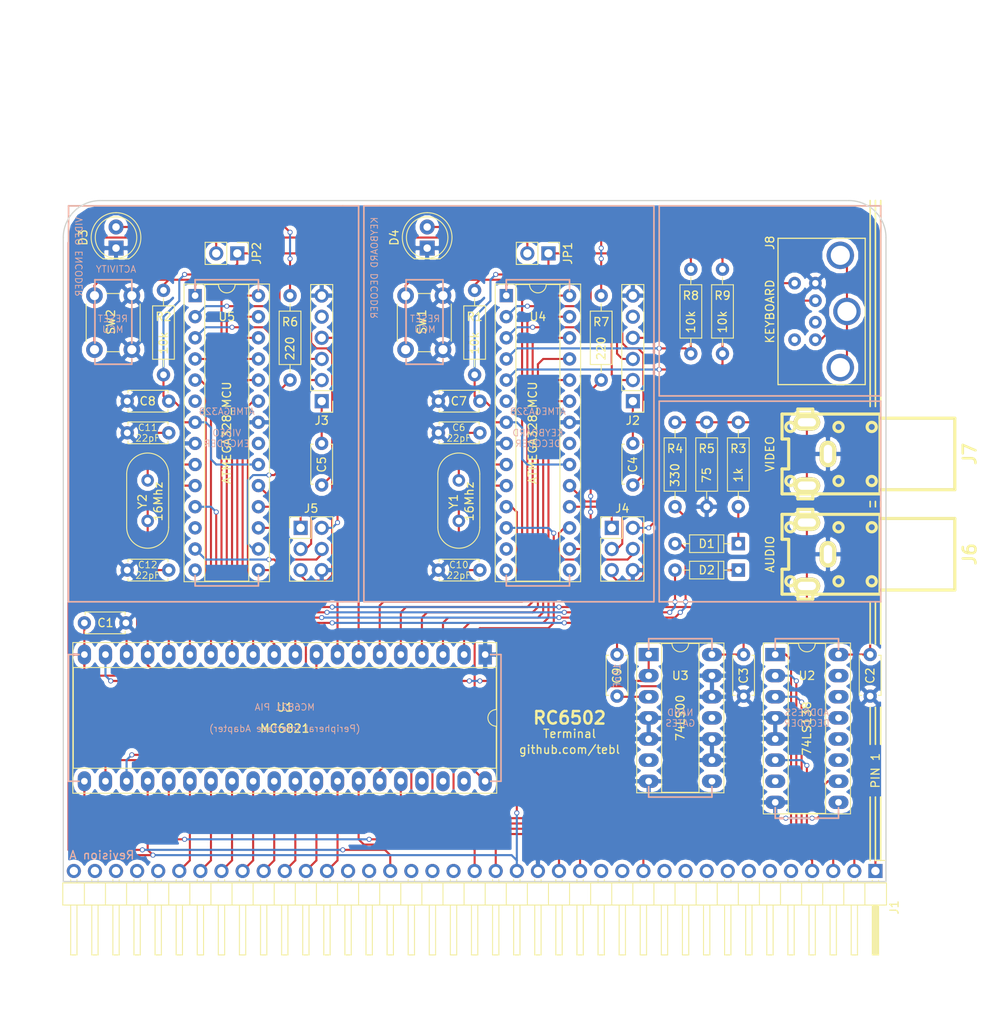
<source format=kicad_pcb>
(kicad_pcb (version 4) (host pcbnew 4.0.7)
  (layers (0 F.Cu signal) (31 B.Cu signal) (34 B.Paste user) (35 F.Paste user) (36 B.SilkS user) (37 F.SilkS user) (38 B.Mask user) (39 F.Mask user) (44 Edge.Cuts user))
  (net 0 "")
  (net 1 GND)
  (net 2 VCC)
  (net 3 "Net-(C4-Pad1)")
  (net 4 "Net-(C4-Pad2)")
  (net 5 "Net-(C5-Pad1)")
  (net 6 "Net-(C5-Pad2)")
  (net 7 "Net-(C6-Pad1)")
  (net 8 "Net-(C7-Pad1)")
  (net 9 "Net-(C8-Pad1)")
  (net 10 DA)
  (net 11 "Net-(C9-Pad2)")
  (net 12 "Net-(C10-Pad1)")
  (net 13 "Net-(C11-Pad1)")
  (net 14 "Net-(C12-Pad1)")
  (net 15 "Net-(D1-Pad1)")
  (net 16 "Net-(D1-Pad2)")
  (net 17 "Net-(D2-Pad1)")
  (net 18 "Net-(D2-Pad2)")
  (net 19 "Net-(D3-Pad2)")
  (net 20 "Net-(D4-Pad2)")
  (net 21 /A15)
  (net 22 /A14)
  (net 23 /A13)
  (net 24 /A12)
  (net 25 /A4)
  (net 26 /A1)
  (net 27 /A0)
  (net 28 /PHI2)
  (net 29 /~RESET)
  (net 30 /R/~W)
  (net 31 /D0)
  (net 32 /D1)
  (net 33 /D2)
  (net 34 /D3)
  (net 35 /D4)
  (net 36 /D5)
  (net 37 /D6)
  (net 38 /D7)
  (net 39 "Net-(J2-Pad2)")
  (net 40 "Net-(J2-Pad3)")
  (net 41 "Net-(J3-Pad2)")
  (net 42 "Net-(J3-Pad3)")
  (net 43 "Net-(J4-Pad1)")
  (net 44 "Net-(J4-Pad3)")
  (net 45 "Net-(J4-Pad4)")
  (net 46 "Net-(J5-Pad1)")
  (net 47 "Net-(J5-Pad3)")
  (net 48 "Net-(J5-Pad4)")
  (net 49 "Net-(J7-Pad2)")
  (net 50 "Net-(J8-Pad7)")
  (net 51 /PS2_CLK)
  (net 52 /PS2_DATA)
  (net 53 /KBD0)
  (net 54 /KBD1)
  (net 55 "Net-(U1-Pad23)")
  (net 56 /KBD2)
  (net 57 /KBD3)
  (net 58 /KBD4)
  (net 59 /KBD5)
  (net 60 /KBD6)
  (net 61 /VID0)
  (net 62 /VID1)
  (net 63 /VID2)
  (net 64 /VID3)
  (net 65 /VID4)
  (net 66 /VID5)
  (net 67 /VID6)
  (net 68 RDA)
  (net 69 "Net-(U1-Pad19)")
  (net 70 STROBE)
  (net 71 "Net-(R6-Pad2)")
  (net 72 "Net-(R7-Pad2)")
  (module Capacitors_THT:C_Disc_D4.7mm_W2.5mm_P5.00mm (layer F.Cu) (at 98.425 107.315)
    (fp_text reference C1 (at 2.54 0) (layer F.SilkS))
    (fp_text value 100nF)
    (pad 1 thru_hole circle (at 0 0) (size 1.6 1.6) (drill 0.8) (layers *.Cu *.Mask) (net 2 VCC))
    (pad 2 thru_hole circle (at 5 0) (size 1.6 1.6) (drill 0.8) (layers *.Cu *.Mask) (net 1 GND))
  )
  (module Capacitors_THT:C_Disc_D4.7mm_W2.5mm_P5.00mm (layer F.Cu) (at 193.04 111.125 270)
    (fp_text reference C2 (at 2.54 0 270) (layer F.SilkS))
    (fp_text value 100nF)
    (pad 1 thru_hole circle (at 0 0 270) (size 1.6 1.6) (drill 0.8) (layers *.Cu *.Mask) (net 2 VCC))
    (pad 2 thru_hole circle (at 5 0 270) (size 1.6 1.6) (drill 0.8) (layers *.Cu *.Mask) (net 1 GND))
  )
  (module Capacitors_THT:C_Disc_D4.7mm_W2.5mm_P5.00mm (layer F.Cu) (at 177.8 111.125 270)
    (fp_text reference C3 (at 2.54 0 270) (layer F.SilkS))
    (fp_text value 100nF)
    (pad 1 thru_hole circle (at 0 0 270) (size 1.6 1.6) (drill 0.8) (layers *.Cu *.Mask) (net 2 VCC))
    (pad 2 thru_hole circle (at 5 0 270) (size 1.6 1.6) (drill 0.8) (layers *.Cu *.Mask) (net 1 GND))
  )
  (module Capacitors_THT:C_Disc_D4.7mm_W2.5mm_P5.00mm (layer F.Cu) (at 164.465 85.725 270)
    (fp_text reference C4 (at 2.54 0 270) (layer F.SilkS))
    (fp_text value 100nF)
    (pad 1 thru_hole circle (at 0 0 270) (size 1.6 1.6) (drill 0.8) (layers *.Cu *.Mask) (net 3 "Net-(C4-Pad1)"))
    (pad 2 thru_hole circle (at 5 0 270) (size 1.6 1.6) (drill 0.8) (layers *.Cu *.Mask) (net 4 "Net-(C4-Pad2)"))
  )
  (module Capacitors_THT:C_Disc_D4.7mm_W2.5mm_P5.00mm (layer F.Cu) (at 127 85.725 270)
    (fp_text reference C5 (at 2.54 0 270) (layer F.SilkS))
    (fp_text value 100nF)
    (pad 1 thru_hole circle (at 0 0 270) (size 1.6 1.6) (drill 0.8) (layers *.Cu *.Mask) (net 5 "Net-(C5-Pad1)"))
    (pad 2 thru_hole circle (at 5 0 270) (size 1.6 1.6) (drill 0.8) (layers *.Cu *.Mask) (net 6 "Net-(C5-Pad2)"))
  )
  (module Capacitors_THT:C_Disc_D4.7mm_W2.5mm_P5.00mm (layer F.Cu) (at 146.05 84.455 180)
    (fp_text reference C6 (at 2.54 0.635 180) (layer F.SilkS) (effects (font (size 0.8 0.8) (thickness 0.1))))
    (fp_text value 22pF (at 2.54 -0.635 180) (layer F.SilkS) (effects (font (size 0.8 0.8) (thickness 0.1))))
    (pad 1 thru_hole circle (at 0 0 180) (size 1.6 1.6) (drill 0.8) (layers *.Cu *.Mask) (net 7 "Net-(C6-Pad1)"))
    (pad 2 thru_hole circle (at 5 0 180) (size 1.6 1.6) (drill 0.8) (layers *.Cu *.Mask) (net 1 GND))
  )
  (module Capacitors_THT:C_Disc_D4.7mm_W2.5mm_P5.00mm (layer F.Cu) (at 146.05 80.645 180)
    (fp_text reference C7 (at 2.54 0 180) (layer F.SilkS))
    (fp_text value 100nF)
    (pad 1 thru_hole circle (at 0 0 180) (size 1.6 1.6) (drill 0.8) (layers *.Cu *.Mask) (net 8 "Net-(C7-Pad1)"))
    (pad 2 thru_hole circle (at 5 0 180) (size 1.6 1.6) (drill 0.8) (layers *.Cu *.Mask) (net 1 GND))
  )
  (module Capacitors_THT:C_Disc_D4.7mm_W2.5mm_P5.00mm (layer F.Cu) (at 108.585 80.645 180)
    (fp_text reference C8 (at 2.54 0 180) (layer F.SilkS))
    (fp_text value 100nF)
    (pad 1 thru_hole circle (at 0 0 180) (size 1.6 1.6) (drill 0.8) (layers *.Cu *.Mask) (net 9 "Net-(C8-Pad1)"))
    (pad 2 thru_hole circle (at 5 0 180) (size 1.6 1.6) (drill 0.8) (layers *.Cu *.Mask) (net 1 GND))
  )
  (module Capacitors_THT:C_Disc_D4.7mm_W2.5mm_P5.00mm (layer F.Cu) (at 162.56 111.125 270)
    (fp_text reference C9 (at 2.54 0 270) (layer F.SilkS))
    (fp_text value 10nF (at 2.54 0 270) (layer B.SilkS) (effects (font (size 0.8 0.8) (thickness 0.1)) (justify mirror)))
    (pad 1 thru_hole circle (at 0 0 270) (size 1.6 1.6) (drill 0.8) (layers *.Cu *.Mask) (net 10 DA))
    (pad 2 thru_hole circle (at 5 0 270) (size 1.6 1.6) (drill 0.8) (layers *.Cu *.Mask) (net 11 "Net-(C9-Pad2)"))
  )
  (module Capacitors_THT:C_Disc_D4.7mm_W2.5mm_P5.00mm (layer F.Cu) (at 146.05 100.965 180)
    (fp_text reference C10 (at 2.54 0.635 180) (layer F.SilkS) (effects (font (size 0.8 0.8) (thickness 0.1))))
    (fp_text value 22pF (at 2.54 -0.635 180) (layer F.SilkS) (effects (font (size 0.8 0.8) (thickness 0.1))))
    (pad 1 thru_hole circle (at 0 0 180) (size 1.6 1.6) (drill 0.8) (layers *.Cu *.Mask) (net 12 "Net-(C10-Pad1)"))
    (pad 2 thru_hole circle (at 5 0 180) (size 1.6 1.6) (drill 0.8) (layers *.Cu *.Mask) (net 1 GND))
  )
  (module Capacitors_THT:C_Disc_D4.7mm_W2.5mm_P5.00mm (layer F.Cu) (at 108.585 84.455 180)
    (fp_text reference C11 (at 2.54 0.635 180) (layer F.SilkS) (effects (font (size 0.8 0.8) (thickness 0.1))))
    (fp_text value 22pF (at 2.54 -0.635 180) (layer F.SilkS) (effects (font (size 0.8 0.8) (thickness 0.1))))
    (pad 1 thru_hole circle (at 0 0 180) (size 1.6 1.6) (drill 0.8) (layers *.Cu *.Mask) (net 13 "Net-(C11-Pad1)"))
    (pad 2 thru_hole circle (at 5 0 180) (size 1.6 1.6) (drill 0.8) (layers *.Cu *.Mask) (net 1 GND))
  )
  (module Capacitors_THT:C_Disc_D4.7mm_W2.5mm_P5.00mm (layer F.Cu) (at 108.585 100.965 180)
    (fp_text reference C12 (at 2.54 0.635 180) (layer F.SilkS) (effects (font (size 0.8 0.8) (thickness 0.1))))
    (fp_text value 22pF (at 2.54 -0.635 180) (layer F.SilkS) (effects (font (size 0.8 0.8) (thickness 0.1))))
    (pad 1 thru_hole circle (at 0 0 180) (size 1.6 1.6) (drill 0.8) (layers *.Cu *.Mask) (net 14 "Net-(C12-Pad1)"))
    (pad 2 thru_hole circle (at 5 0 180) (size 1.6 1.6) (drill 0.8) (layers *.Cu *.Mask) (net 1 GND))
  )
  (module Diodes_THT:D_DO-35_SOD27_P7.62mm_Horizontal (layer F.Cu) (at 177.165 97.79 180)
    (fp_text reference D1 (at 3.81 0 180) (layer F.SilkS))
    (fp_text value 1n4148)
    (pad 1 thru_hole rect (at 0 0 180) (size 1.6 1.6) (drill 0.8) (layers *.Cu *.Mask) (net 15 "Net-(D1-Pad1)"))
    (pad 2 thru_hole oval (at 7.62 0 180) (size 1.6 1.6) (drill 0.8) (layers *.Cu *.Mask) (net 16 "Net-(D1-Pad2)"))
  )
  (module Diodes_THT:D_DO-35_SOD27_P7.62mm_Horizontal (layer F.Cu) (at 177.165 100.965 180)
    (fp_text reference D2 (at 3.81 0 180) (layer F.SilkS))
    (fp_text value 1n4148)
    (pad 1 thru_hole rect (at 0 0 180) (size 1.6 1.6) (drill 0.8) (layers *.Cu *.Mask) (net 17 "Net-(D2-Pad1)"))
    (pad 2 thru_hole oval (at 7.62 0 180) (size 1.6 1.6) (drill 0.8) (layers *.Cu *.Mask) (net 18 "Net-(D2-Pad2)"))
  )
  (module LEDs:LED_D5.0mm (layer F.Cu) (at 102.235 62.23 90)
    (fp_text reference D3 (at 1.27 -3.96 90) (layer F.SilkS))
    (fp_text value VID)
    (pad 1 thru_hole rect (at 0 0 90) (size 1.8 1.8) (drill 0.9) (layers *.Cu *.Mask) (net 1 GND))
    (pad 2 thru_hole circle (at 2.54 0 90) (size 1.8 1.8) (drill 0.9) (layers *.Cu *.Mask) (net 19 "Net-(D3-Pad2)"))
  )
  (module LEDs:LED_D5.0mm (layer F.Cu) (at 139.7 62.23 90)
    (fp_text reference D4 (at 1.27 -3.96 90) (layer F.SilkS))
    (fp_text value KBD)
    (pad 1 thru_hole rect (at 0 0 90) (size 1.8 1.8) (drill 0.9) (layers *.Cu *.Mask) (net 1 GND))
    (pad 2 thru_hole circle (at 2.54 0 90) (size 1.8 1.8) (drill 0.9) (layers *.Cu *.Mask) (net 20 "Net-(D4-Pad2)"))
  )
  (module Pin_Headers:Pin_Header_Angled_1x39_Pitch2.54mm (layer F.Cu) (at 193.675 137.16 270)
    (fp_text reference J1 (at 4.385 -2.27 270) (layer F.SilkS))
    (fp_text value RC6502_Backplane)
    (pad 1 thru_hole rect (at 0 0 270) (size 1.7 1.7) (drill 1) (layers *.Cu *.Mask) (net 21 /A15))
    (pad 2 thru_hole oval (at 0 2.54 270) (size 1.7 1.7) (drill 1) (layers *.Cu *.Mask) (net 22 /A14))
    (pad 3 thru_hole oval (at 0 5.08 270) (size 1.7 1.7) (drill 1) (layers *.Cu *.Mask) (net 23 /A13))
    (pad 4 thru_hole oval (at 0 7.62 270) (size 1.7 1.7) (drill 1) (layers *.Cu *.Mask) (net 24 /A12))
    (pad 5 thru_hole oval (at 0 10.16 270) (size 1.7 1.7) (drill 1) (layers *.Cu *.Mask))
    (pad 6 thru_hole oval (at 0 12.7 270) (size 1.7 1.7) (drill 1) (layers *.Cu *.Mask))
    (pad 7 thru_hole oval (at 0 15.24 270) (size 1.7 1.7) (drill 1) (layers *.Cu *.Mask))
    (pad 8 thru_hole oval (at 0 17.78 270) (size 1.7 1.7) (drill 1) (layers *.Cu *.Mask))
    (pad 9 thru_hole oval (at 0 20.32 270) (size 1.7 1.7) (drill 1) (layers *.Cu *.Mask))
    (pad 10 thru_hole oval (at 0 22.86 270) (size 1.7 1.7) (drill 1) (layers *.Cu *.Mask))
    (pad 11 thru_hole oval (at 0 25.4 270) (size 1.7 1.7) (drill 1) (layers *.Cu *.Mask))
    (pad 12 thru_hole oval (at 0 27.94 270) (size 1.7 1.7) (drill 1) (layers *.Cu *.Mask) (net 25 /A4))
    (pad 13 thru_hole oval (at 0 30.48 270) (size 1.7 1.7) (drill 1) (layers *.Cu *.Mask))
    (pad 14 thru_hole oval (at 0 33.02 270) (size 1.7 1.7) (drill 1) (layers *.Cu *.Mask))
    (pad 15 thru_hole oval (at 0 35.56 270) (size 1.7 1.7) (drill 1) (layers *.Cu *.Mask) (net 26 /A1))
    (pad 16 thru_hole oval (at 0 38.1 270) (size 1.7 1.7) (drill 1) (layers *.Cu *.Mask) (net 27 /A0))
    (pad 17 thru_hole oval (at 0 40.64 270) (size 1.7 1.7) (drill 1) (layers *.Cu *.Mask) (net 1 GND))
    (pad 18 thru_hole oval (at 0 43.18 270) (size 1.7 1.7) (drill 1) (layers *.Cu *.Mask) (net 2 VCC))
    (pad 19 thru_hole oval (at 0 45.72 270) (size 1.7 1.7) (drill 1) (layers *.Cu *.Mask) (net 28 /PHI2))
    (pad 20 thru_hole oval (at 0 48.26 270) (size 1.7 1.7) (drill 1) (layers *.Cu *.Mask) (net 29 /~RESET))
    (pad 21 thru_hole oval (at 0 50.8 270) (size 1.7 1.7) (drill 1) (layers *.Cu *.Mask))
    (pad 22 thru_hole oval (at 0 53.34 270) (size 1.7 1.7) (drill 1) (layers *.Cu *.Mask))
    (pad 23 thru_hole oval (at 0 55.88 270) (size 1.7 1.7) (drill 1) (layers *.Cu *.Mask))
    (pad 24 thru_hole oval (at 0 58.42 270) (size 1.7 1.7) (drill 1) (layers *.Cu *.Mask) (net 30 /R/~W))
    (pad 25 thru_hole oval (at 0 60.96 270) (size 1.7 1.7) (drill 1) (layers *.Cu *.Mask))
    (pad 26 thru_hole oval (at 0 63.5 270) (size 1.7 1.7) (drill 1) (layers *.Cu *.Mask))
    (pad 27 thru_hole oval (at 0 66.04 270) (size 1.7 1.7) (drill 1) (layers *.Cu *.Mask) (net 31 /D0))
    (pad 28 thru_hole oval (at 0 68.58 270) (size 1.7 1.7) (drill 1) (layers *.Cu *.Mask) (net 32 /D1))
    (pad 29 thru_hole oval (at 0 71.12 270) (size 1.7 1.7) (drill 1) (layers *.Cu *.Mask) (net 33 /D2))
    (pad 30 thru_hole oval (at 0 73.66 270) (size 1.7 1.7) (drill 1) (layers *.Cu *.Mask) (net 34 /D3))
    (pad 31 thru_hole oval (at 0 76.2 270) (size 1.7 1.7) (drill 1) (layers *.Cu *.Mask) (net 35 /D4))
    (pad 32 thru_hole oval (at 0 78.74 270) (size 1.7 1.7) (drill 1) (layers *.Cu *.Mask) (net 36 /D5))
    (pad 33 thru_hole oval (at 0 81.28 270) (size 1.7 1.7) (drill 1) (layers *.Cu *.Mask) (net 37 /D6))
    (pad 34 thru_hole oval (at 0 83.82 270) (size 1.7 1.7) (drill 1) (layers *.Cu *.Mask) (net 38 /D7))
    (pad 35 thru_hole oval (at 0 86.36 270) (size 1.7 1.7) (drill 1) (layers *.Cu *.Mask))
    (pad 36 thru_hole oval (at 0 88.9 270) (size 1.7 1.7) (drill 1) (layers *.Cu *.Mask))
    (pad 37 thru_hole oval (at 0 91.44 270) (size 1.7 1.7) (drill 1) (layers *.Cu *.Mask))
    (pad 38 thru_hole oval (at 0 93.98 270) (size 1.7 1.7) (drill 1) (layers *.Cu *.Mask))
    (pad 39 thru_hole oval (at 0 96.52 270) (size 1.7 1.7) (drill 1) (layers *.Cu *.Mask))
  )
  (module Pin_Headers:Pin_Header_Straight_2x03_Pitch2.54mm (layer F.Cu) (at 161.925 95.885)
    (fp_text reference J4 (at 1.27 -2.33) (layer F.SilkS))
    (fp_text value KBD_ICSP)
    (pad 1 thru_hole rect (at 0 0) (size 1.7 1.7) (drill 1) (layers *.Cu *.Mask) (net 43 "Net-(J4-Pad1)"))
    (pad 2 thru_hole oval (at 2.54 0) (size 1.7 1.7) (drill 1) (layers *.Cu *.Mask) (net 8 "Net-(C7-Pad1)"))
    (pad 3 thru_hole oval (at 0 2.54) (size 1.7 1.7) (drill 1) (layers *.Cu *.Mask) (net 44 "Net-(J4-Pad3)"))
    (pad 4 thru_hole oval (at 2.54 2.54) (size 1.7 1.7) (drill 1) (layers *.Cu *.Mask) (net 45 "Net-(J4-Pad4)"))
    (pad 5 thru_hole oval (at 0 5.08) (size 1.7 1.7) (drill 1) (layers *.Cu *.Mask) (net 4 "Net-(C4-Pad2)"))
    (pad 6 thru_hole oval (at 2.54 5.08) (size 1.7 1.7) (drill 1) (layers *.Cu *.Mask) (net 1 GND))
  )
  (module Pin_Headers:Pin_Header_Straight_2x03_Pitch2.54mm (layer F.Cu) (at 124.46 95.885)
    (fp_text reference J5 (at 1.27 -2.33) (layer F.SilkS))
    (fp_text value VID_ICSP)
    (pad 1 thru_hole rect (at 0 0) (size 1.7 1.7) (drill 1) (layers *.Cu *.Mask) (net 46 "Net-(J5-Pad1)"))
    (pad 2 thru_hole oval (at 2.54 0) (size 1.7 1.7) (drill 1) (layers *.Cu *.Mask) (net 9 "Net-(C8-Pad1)"))
    (pad 3 thru_hole oval (at 0 2.54) (size 1.7 1.7) (drill 1) (layers *.Cu *.Mask) (net 47 "Net-(J5-Pad3)"))
    (pad 4 thru_hole oval (at 2.54 2.54) (size 1.7 1.7) (drill 1) (layers *.Cu *.Mask) (net 48 "Net-(J5-Pad4)"))
    (pad 5 thru_hole oval (at 0 5.08) (size 1.7 1.7) (drill 1) (layers *.Cu *.Mask) (net 6 "Net-(C5-Pad2)"))
    (pad 6 thru_hole oval (at 2.54 5.08) (size 1.7 1.7) (drill 1) (layers *.Cu *.Mask) (net 1 GND))
  )
  (module rca:rca_yellow (layer F.Cu) (at 189.23 99.06 90)
    (fp_text reference J6 (at 0 15.7988 90) (layer F.SilkS) (effects (font (thickness 0.3048))))
    (fp_text value AUDIO (at 0 -8.255 90) (layer F.SilkS))
    (pad 2 thru_hole oval (at 3.81 -3.81 90) (size 1.99898 3.19786) (drill oval 0.99568 2.1971) (layers *.Cu *.Mask F.SilkS) (net 48 "Net-(J5-Pad4)"))
    (pad 1 thru_hole oval (at 0 -1.27 90) (size 3.19786 1.99898) (drill oval 2.1971 0.99568) (layers *.Cu *.Mask F.SilkS) (net 1 GND))
    (pad 2 thru_hole oval (at -3.81 -3.81 90) (size 1.99898 3.19786) (drill oval 0.99568 2.1971) (layers *.Cu *.Mask F.SilkS) (net 48 "Net-(J5-Pad4)"))
  )
  (module rca:rca_yellow (layer F.Cu) (at 189.23 86.995 90)
    (fp_text reference J7 (at 0 15.7988 90) (layer F.SilkS) (effects (font (thickness 0.3048))))
    (fp_text value VIDEO (at 0 -8.255 90) (layer F.SilkS))
    (pad 2 thru_hole oval (at 3.81 -3.81 90) (size 1.99898 3.19786) (drill oval 0.99568 2.1971) (layers *.Cu *.Mask F.SilkS) (net 49 "Net-(J7-Pad2)"))
    (pad 1 thru_hole oval (at 0 -1.27 90) (size 3.19786 1.99898) (drill oval 2.1971 0.99568) (layers *.Cu *.Mask F.SilkS) (net 1 GND))
    (pad 2 thru_hole oval (at -3.81 -3.81 90) (size 1.99898 3.19786) (drill oval 0.99568 2.1971) (layers *.Cu *.Mask F.SilkS) (net 49 "Net-(J7-Pad2)"))
  )
  (module ps2:MINI-DIN-6-FULL-SHIELD (layer F.Cu) (at 194.945 69.85 270)
    (fp_text reference J8 (at -8.255 13.97 270) (layer F.SilkS))
    (fp_text value KEYBOARD (at 0 13.97 270) (layer F.SilkS))
    (pad 7 thru_hole circle (at -6.75 5.5 270) (size 3.3 3.3) (drill 2.3) (layers *.Cu *.Mask) (net 50 "Net-(J8-Pad7)"))
    (pad 7 thru_hole circle (at 6.75 5.5 270) (size 3.3 3.3) (drill 2.3) (layers *.Cu *.Mask) (net 50 "Net-(J8-Pad7)"))
    (pad 4 thru_hole circle (at 3.4 8.5 270) (size 1.524 1.524) (drill 0.762) (layers *.Cu *.Mask) (net 8 "Net-(C7-Pad1)"))
    (pad 6 thru_hole circle (at 3.4 11 270) (size 1.524 1.524) (drill 0.762) (layers *.Cu *.Mask))
    (pad 3 thru_hole circle (at -3.4 8.5 270) (size 1.524 1.524) (drill 0.762) (layers *.Cu *.Mask) (net 1 GND))
    (pad 5 thru_hole circle (at -3.4 11 270) (size 1.524 1.524) (drill 0.762) (layers *.Cu *.Mask) (net 51 /PS2_CLK))
    (pad 2 thru_hole circle (at 1.3 8.5 270) (size 1.524 1.524) (drill 0.762) (layers *.Cu *.Mask))
    (pad 1 thru_hole circle (at -1.3 8.5 270) (size 1.524 1.524) (drill 0.762) (layers *.Cu *.Mask) (net 52 /PS2_DATA))
    (pad 7 thru_hole circle (at 0 4.7 270) (size 3.3 3.3) (drill 2.3) (layers *.Cu *.Mask) (net 50 "Net-(J8-Pad7)"))
  )
  (module Pin_Headers:Pin_Header_Straight_1x02_Pitch2.54mm (layer F.Cu) (at 154.305 62.865 270)
    (fp_text reference JP1 (at 0 -2.33 270) (layer F.SilkS))
    (fp_text value KBD_PWR)
    (pad 1 thru_hole rect (at 0 0 270) (size 1.7 1.7) (drill 1) (layers *.Cu *.Mask) (net 8 "Net-(C7-Pad1)"))
    (pad 2 thru_hole oval (at 0 2.54 270) (size 1.7 1.7) (drill 1) (layers *.Cu *.Mask) (net 2 VCC))
  )
  (module Pin_Headers:Pin_Header_Straight_1x02_Pitch2.54mm (layer F.Cu) (at 116.84 62.865 270)
    (fp_text reference JP2 (at 0 -2.33 270) (layer F.SilkS))
    (fp_text value VID_PWR)
    (pad 1 thru_hole rect (at 0 0 270) (size 1.7 1.7) (drill 1) (layers *.Cu *.Mask) (net 9 "Net-(C8-Pad1)"))
    (pad 2 thru_hole oval (at 0 2.54 270) (size 1.7 1.7) (drill 1) (layers *.Cu *.Mask) (net 2 VCC))
  )
  (module Resistors_THT:R_Axial_DIN0207_L6.3mm_D2.5mm_P10.16mm_Horizontal (layer F.Cu) (at 145.415 67.31 270)
    (fp_text reference R1 (at 3.175 0 360) (layer F.SilkS))
    (fp_text value 10k (at 6.35 0 270) (layer F.SilkS))
    (pad 1 thru_hole circle (at 0 0 270) (size 1.6 1.6) (drill 0.8) (layers *.Cu *.Mask) (net 4 "Net-(C4-Pad2)"))
    (pad 2 thru_hole oval (at 10.16 0 270) (size 1.6 1.6) (drill 0.8) (layers *.Cu *.Mask) (net 8 "Net-(C7-Pad1)"))
  )
  (module Resistors_THT:R_Axial_DIN0207_L6.3mm_D2.5mm_P10.16mm_Horizontal (layer F.Cu) (at 107.95 67.31 270)
    (fp_text reference R2 (at 3.175 0 360) (layer F.SilkS))
    (fp_text value 10k (at 6.35 0 270) (layer F.SilkS))
    (pad 1 thru_hole circle (at 0 0 270) (size 1.6 1.6) (drill 0.8) (layers *.Cu *.Mask) (net 6 "Net-(C5-Pad2)"))
    (pad 2 thru_hole oval (at 10.16 0 270) (size 1.6 1.6) (drill 0.8) (layers *.Cu *.Mask) (net 9 "Net-(C8-Pad1)"))
  )
  (module Resistors_THT:R_Axial_DIN0207_L6.3mm_D2.5mm_P10.16mm_Horizontal (layer F.Cu) (at 177.165 83.185 270)
    (fp_text reference R3 (at 3.175 0 360) (layer F.SilkS))
    (fp_text value 1k (at 6.35 0 270) (layer F.SilkS))
    (pad 1 thru_hole circle (at 0 0 270) (size 1.6 1.6) (drill 0.8) (layers *.Cu *.Mask) (net 49 "Net-(J7-Pad2)"))
    (pad 2 thru_hole oval (at 10.16 0 270) (size 1.6 1.6) (drill 0.8) (layers *.Cu *.Mask) (net 15 "Net-(D1-Pad1)"))
  )
  (module Resistors_THT:R_Axial_DIN0207_L6.3mm_D2.5mm_P10.16mm_Horizontal (layer F.Cu) (at 169.545 83.185 270)
    (fp_text reference R4 (at 3.175 0 360) (layer F.SilkS))
    (fp_text value 330 (at 6.35 0 270) (layer F.SilkS))
    (pad 1 thru_hole circle (at 0 0 270) (size 1.6 1.6) (drill 0.8) (layers *.Cu *.Mask) (net 49 "Net-(J7-Pad2)"))
    (pad 2 thru_hole oval (at 10.16 0 270) (size 1.6 1.6) (drill 0.8) (layers *.Cu *.Mask) (net 17 "Net-(D2-Pad1)"))
  )
  (module Resistors_THT:R_Axial_DIN0207_L6.3mm_D2.5mm_P10.16mm_Horizontal (layer F.Cu) (at 173.355 83.185 270)
    (fp_text reference R5 (at 3.175 0 360) (layer F.SilkS))
    (fp_text value 75 (at 6.35 0 270) (layer F.SilkS))
    (pad 1 thru_hole circle (at 0 0 270) (size 1.6 1.6) (drill 0.8) (layers *.Cu *.Mask) (net 49 "Net-(J7-Pad2)"))
    (pad 2 thru_hole oval (at 10.16 0 270) (size 1.6 1.6) (drill 0.8) (layers *.Cu *.Mask) (net 1 GND))
  )
  (module Resistors_THT:R_Axial_DIN0207_L6.3mm_D2.5mm_P10.16mm_Horizontal (layer F.Cu) (at 123.19 67.945 270)
    (fp_text reference R6 (at 3.175 0 360) (layer F.SilkS))
    (fp_text value 220 (at 6.35 0 270) (layer F.SilkS))
    (pad 1 thru_hole circle (at 0 0 270) (size 1.6 1.6) (drill 0.8) (layers *.Cu *.Mask) (net 19 "Net-(D3-Pad2)"))
    (pad 2 thru_hole oval (at 10.16 0 270) (size 1.6 1.6) (drill 0.8) (layers *.Cu *.Mask) (net 71 "Net-(R6-Pad2)"))
  )
  (module Resistors_THT:R_Axial_DIN0207_L6.3mm_D2.5mm_P10.16mm_Horizontal (layer F.Cu) (at 160.655 67.945 270)
    (fp_text reference R7 (at 3.175 0 360) (layer F.SilkS))
    (fp_text value 220 (at 6.35 0 270) (layer F.SilkS))
    (pad 1 thru_hole circle (at 0 0 270) (size 1.6 1.6) (drill 0.8) (layers *.Cu *.Mask) (net 20 "Net-(D4-Pad2)"))
    (pad 2 thru_hole oval (at 10.16 0 270) (size 1.6 1.6) (drill 0.8) (layers *.Cu *.Mask) (net 72 "Net-(R7-Pad2)"))
  )
  (module Resistors_THT:R_Axial_DIN0207_L6.3mm_D2.5mm_P10.16mm_Horizontal (layer F.Cu) (at 171.45 64.77 270)
    (fp_text reference R8 (at 3.175 0 360) (layer F.SilkS))
    (fp_text value 10k (at 6.35 0 270) (layer F.SilkS))
    (pad 1 thru_hole circle (at 0 0 270) (size 1.6 1.6) (drill 0.8) (layers *.Cu *.Mask) (net 8 "Net-(C7-Pad1)"))
    (pad 2 thru_hole oval (at 10.16 0 270) (size 1.6 1.6) (drill 0.8) (layers *.Cu *.Mask) (net 51 /PS2_CLK))
  )
  (module Resistors_THT:R_Axial_DIN0207_L6.3mm_D2.5mm_P10.16mm_Horizontal (layer F.Cu) (at 175.26 64.77 270)
    (fp_text reference R9 (at 3.175 0 360) (layer F.SilkS))
    (fp_text value 10k (at 6.35 0 270) (layer F.SilkS))
    (pad 1 thru_hole circle (at 0 0 270) (size 1.6 1.6) (drill 0.8) (layers *.Cu *.Mask) (net 8 "Net-(C7-Pad1)"))
    (pad 2 thru_hole oval (at 10.16 0 270) (size 1.6 1.6) (drill 0.8) (layers *.Cu *.Mask) (net 52 /PS2_DATA))
  )
  (module Buttons_Switches_THT:SW_PUSH_6mm (layer F.Cu) (at 141.605 67.945 270)
    (fp_text reference SW1 (at 3.175 2.54 270) (layer F.SilkS))
    (fp_text value KBD_RES)
    (pad 2 thru_hole circle (at 0 4.5) (size 2 2) (drill 1.1) (layers *.Cu *.Mask) (net 4 "Net-(C4-Pad2)"))
    (pad 1 thru_hole circle (at 0 0) (size 2 2) (drill 1.1) (layers *.Cu *.Mask) (net 1 GND))
    (pad 2 thru_hole circle (at 6.5 4.5) (size 2 2) (drill 1.1) (layers *.Cu *.Mask) (net 4 "Net-(C4-Pad2)"))
    (pad 1 thru_hole circle (at 6.5 0) (size 2 2) (drill 1.1) (layers *.Cu *.Mask) (net 1 GND))
  )
  (module Buttons_Switches_THT:SW_PUSH_6mm (layer F.Cu) (at 104.14 67.945 270)
    (fp_text reference SW2 (at 3.175 2.54 270) (layer F.SilkS))
    (fp_text value VID_RES)
    (pad 2 thru_hole circle (at 0 4.5) (size 2 2) (drill 1.1) (layers *.Cu *.Mask) (net 6 "Net-(C5-Pad2)"))
    (pad 1 thru_hole circle (at 0 0) (size 2 2) (drill 1.1) (layers *.Cu *.Mask) (net 1 GND))
    (pad 2 thru_hole circle (at 6.5 4.5) (size 2 2) (drill 1.1) (layers *.Cu *.Mask) (net 6 "Net-(C5-Pad2)"))
    (pad 1 thru_hole circle (at 6.5 0) (size 2 2) (drill 1.1) (layers *.Cu *.Mask) (net 1 GND))
  )
  (module Housings_DIP:DIP-40_W15.24mm_Socket_LongPads (layer F.Cu) (at 146.685 111.125 270)
    (fp_text reference U1 (at 6.35 24.13 360) (layer F.SilkS))
    (fp_text value MC6821 (at 8.89 24.13 360) (layer F.SilkS))
    (pad 1 thru_hole rect (at 0 0 270) (size 2.4 1.6) (drill 0.8) (layers *.Cu *.Mask) (net 1 GND))
    (pad 21 thru_hole oval (at 15.24 48.26 270) (size 2.4 1.6) (drill 0.8) (layers *.Cu *.Mask) (net 30 /R/~W))
    (pad 2 thru_hole oval (at 0 2.54 270) (size 2.4 1.6) (drill 0.8) (layers *.Cu *.Mask) (net 53 /KBD0))
    (pad 22 thru_hole oval (at 15.24 45.72 270) (size 2.4 1.6) (drill 0.8) (layers *.Cu *.Mask) (net 25 /A4))
    (pad 3 thru_hole oval (at 0 5.08 270) (size 2.4 1.6) (drill 0.8) (layers *.Cu *.Mask) (net 54 /KBD1))
    (pad 23 thru_hole oval (at 15.24 43.18 270) (size 2.4 1.6) (drill 0.8) (layers *.Cu *.Mask) (net 55 "Net-(U1-Pad23)"))
    (pad 4 thru_hole oval (at 0 7.62 270) (size 2.4 1.6) (drill 0.8) (layers *.Cu *.Mask) (net 56 /KBD2))
    (pad 24 thru_hole oval (at 15.24 40.64 270) (size 2.4 1.6) (drill 0.8) (layers *.Cu *.Mask) (net 2 VCC))
    (pad 5 thru_hole oval (at 0 10.16 270) (size 2.4 1.6) (drill 0.8) (layers *.Cu *.Mask) (net 57 /KBD3))
    (pad 25 thru_hole oval (at 15.24 38.1 270) (size 2.4 1.6) (drill 0.8) (layers *.Cu *.Mask) (net 28 /PHI2))
    (pad 6 thru_hole oval (at 0 12.7 270) (size 2.4 1.6) (drill 0.8) (layers *.Cu *.Mask) (net 58 /KBD4))
    (pad 26 thru_hole oval (at 15.24 35.56 270) (size 2.4 1.6) (drill 0.8) (layers *.Cu *.Mask) (net 38 /D7))
    (pad 7 thru_hole oval (at 0 15.24 270) (size 2.4 1.6) (drill 0.8) (layers *.Cu *.Mask) (net 59 /KBD5))
    (pad 27 thru_hole oval (at 15.24 33.02 270) (size 2.4 1.6) (drill 0.8) (layers *.Cu *.Mask) (net 37 /D6))
    (pad 8 thru_hole oval (at 0 17.78 270) (size 2.4 1.6) (drill 0.8) (layers *.Cu *.Mask) (net 60 /KBD6))
    (pad 28 thru_hole oval (at 15.24 30.48 270) (size 2.4 1.6) (drill 0.8) (layers *.Cu *.Mask) (net 36 /D5))
    (pad 9 thru_hole oval (at 0 20.32 270) (size 2.4 1.6) (drill 0.8) (layers *.Cu *.Mask) (net 2 VCC))
    (pad 29 thru_hole oval (at 15.24 27.94 270) (size 2.4 1.6) (drill 0.8) (layers *.Cu *.Mask) (net 35 /D4))
    (pad 10 thru_hole oval (at 0 22.86 270) (size 2.4 1.6) (drill 0.8) (layers *.Cu *.Mask) (net 61 /VID0))
    (pad 30 thru_hole oval (at 15.24 25.4 270) (size 2.4 1.6) (drill 0.8) (layers *.Cu *.Mask) (net 34 /D3))
    (pad 11 thru_hole oval (at 0 25.4 270) (size 2.4 1.6) (drill 0.8) (layers *.Cu *.Mask) (net 62 /VID1))
    (pad 31 thru_hole oval (at 15.24 22.86 270) (size 2.4 1.6) (drill 0.8) (layers *.Cu *.Mask) (net 33 /D2))
    (pad 12 thru_hole oval (at 0 27.94 270) (size 2.4 1.6) (drill 0.8) (layers *.Cu *.Mask) (net 63 /VID2))
    (pad 32 thru_hole oval (at 15.24 20.32 270) (size 2.4 1.6) (drill 0.8) (layers *.Cu *.Mask) (net 32 /D1))
    (pad 13 thru_hole oval (at 0 30.48 270) (size 2.4 1.6) (drill 0.8) (layers *.Cu *.Mask) (net 64 /VID3))
    (pad 33 thru_hole oval (at 15.24 17.78 270) (size 2.4 1.6) (drill 0.8) (layers *.Cu *.Mask) (net 31 /D0))
    (pad 14 thru_hole oval (at 0 33.02 270) (size 2.4 1.6) (drill 0.8) (layers *.Cu *.Mask) (net 65 /VID4))
    (pad 34 thru_hole oval (at 15.24 15.24 270) (size 2.4 1.6) (drill 0.8) (layers *.Cu *.Mask) (net 29 /~RESET))
    (pad 15 thru_hole oval (at 0 35.56 270) (size 2.4 1.6) (drill 0.8) (layers *.Cu *.Mask) (net 66 /VID5))
    (pad 35 thru_hole oval (at 15.24 12.7 270) (size 2.4 1.6) (drill 0.8) (layers *.Cu *.Mask) (net 26 /A1))
    (pad 16 thru_hole oval (at 0 38.1 270) (size 2.4 1.6) (drill 0.8) (layers *.Cu *.Mask) (net 67 /VID6))
    (pad 36 thru_hole oval (at 15.24 10.16 270) (size 2.4 1.6) (drill 0.8) (layers *.Cu *.Mask) (net 27 /A0))
    (pad 17 thru_hole oval (at 0 40.64 270) (size 2.4 1.6) (drill 0.8) (layers *.Cu *.Mask) (net 10 DA))
    (pad 37 thru_hole oval (at 15.24 7.62 270) (size 2.4 1.6) (drill 0.8) (layers *.Cu *.Mask))
    (pad 18 thru_hole oval (at 0 43.18 270) (size 2.4 1.6) (drill 0.8) (layers *.Cu *.Mask) (net 68 RDA))
    (pad 38 thru_hole oval (at 15.24 5.08 270) (size 2.4 1.6) (drill 0.8) (layers *.Cu *.Mask))
    (pad 19 thru_hole oval (at 0 45.72 270) (size 2.4 1.6) (drill 0.8) (layers *.Cu *.Mask) (net 69 "Net-(U1-Pad19)"))
    (pad 39 thru_hole oval (at 15.24 2.54 270) (size 2.4 1.6) (drill 0.8) (layers *.Cu *.Mask))
    (pad 20 thru_hole oval (at 0 48.26 270) (size 2.4 1.6) (drill 0.8) (layers *.Cu *.Mask) (net 2 VCC))
    (pad 40 thru_hole oval (at 15.24 0 270) (size 2.4 1.6) (drill 0.8) (layers *.Cu *.Mask) (net 70 STROBE))
  )
  (module Housings_DIP:DIP-16_W7.62mm_Socket_LongPads (layer F.Cu) (at 181.61 111.125)
    (fp_text reference U2 (at 3.81 2.54) (layer F.SilkS))
    (fp_text value 74LS138 (at 3.81 8.89 90) (layer F.SilkS))
    (pad 1 thru_hole rect (at 0 0) (size 2.4 1.6) (drill 0.8) (layers *.Cu *.Mask) (net 24 /A12))
    (pad 9 thru_hole oval (at 7.62 17.78) (size 2.4 1.6) (drill 0.8) (layers *.Cu *.Mask))
    (pad 2 thru_hole oval (at 0 2.54) (size 2.4 1.6) (drill 0.8) (layers *.Cu *.Mask) (net 23 /A13))
    (pad 10 thru_hole oval (at 7.62 15.24) (size 2.4 1.6) (drill 0.8) (layers *.Cu *.Mask) (net 55 "Net-(U1-Pad23)"))
    (pad 3 thru_hole oval (at 0 5.08) (size 2.4 1.6) (drill 0.8) (layers *.Cu *.Mask) (net 22 /A14))
    (pad 11 thru_hole oval (at 7.62 12.7) (size 2.4 1.6) (drill 0.8) (layers *.Cu *.Mask))
    (pad 4 thru_hole oval (at 0 7.62) (size 2.4 1.6) (drill 0.8) (layers *.Cu *.Mask) (net 1 GND))
    (pad 12 thru_hole oval (at 7.62 10.16) (size 2.4 1.6) (drill 0.8) (layers *.Cu *.Mask))
    (pad 5 thru_hole oval (at 0 10.16) (size 2.4 1.6) (drill 0.8) (layers *.Cu *.Mask) (net 1 GND))
    (pad 13 thru_hole oval (at 7.62 7.62) (size 2.4 1.6) (drill 0.8) (layers *.Cu *.Mask))
    (pad 6 thru_hole oval (at 0 12.7) (size 2.4 1.6) (drill 0.8) (layers *.Cu *.Mask) (net 21 /A15))
    (pad 14 thru_hole oval (at 7.62 5.08) (size 2.4 1.6) (drill 0.8) (layers *.Cu *.Mask))
    (pad 7 thru_hole oval (at 0 15.24) (size 2.4 1.6) (drill 0.8) (layers *.Cu *.Mask))
    (pad 15 thru_hole oval (at 7.62 2.54) (size 2.4 1.6) (drill 0.8) (layers *.Cu *.Mask))
    (pad 8 thru_hole oval (at 0 17.78) (size 2.4 1.6) (drill 0.8) (layers *.Cu *.Mask) (net 1 GND))
    (pad 16 thru_hole oval (at 7.62 0) (size 2.4 1.6) (drill 0.8) (layers *.Cu *.Mask) (net 2 VCC))
  )
  (module Housings_DIP:DIP-14_W7.62mm_Socket_LongPads (layer F.Cu) (at 166.37 111.125)
    (fp_text reference U3 (at 3.81 2.54) (layer F.SilkS))
    (fp_text value 74LS00 (at 3.81 7.62 90) (layer F.SilkS))
    (pad 1 thru_hole rect (at 0 0) (size 2.4 1.6) (drill 0.8) (layers *.Cu *.Mask) (net 69 "Net-(U1-Pad19)"))
    (pad 8 thru_hole oval (at 7.62 15.24) (size 2.4 1.6) (drill 0.8) (layers *.Cu *.Mask))
    (pad 2 thru_hole oval (at 0 2.54) (size 2.4 1.6) (drill 0.8) (layers *.Cu *.Mask) (net 69 "Net-(U1-Pad19)"))
    (pad 9 thru_hole oval (at 7.62 12.7) (size 2.4 1.6) (drill 0.8) (layers *.Cu *.Mask) (net 1 GND))
    (pad 3 thru_hole oval (at 0 5.08) (size 2.4 1.6) (drill 0.8) (layers *.Cu *.Mask) (net 11 "Net-(C9-Pad2)"))
    (pad 10 thru_hole oval (at 7.62 10.16) (size 2.4 1.6) (drill 0.8) (layers *.Cu *.Mask) (net 1 GND))
    (pad 4 thru_hole oval (at 0 7.62) (size 2.4 1.6) (drill 0.8) (layers *.Cu *.Mask) (net 1 GND))
    (pad 11 thru_hole oval (at 7.62 7.62) (size 2.4 1.6) (drill 0.8) (layers *.Cu *.Mask))
    (pad 5 thru_hole oval (at 0 10.16) (size 2.4 1.6) (drill 0.8) (layers *.Cu *.Mask) (net 1 GND))
    (pad 12 thru_hole oval (at 7.62 5.08) (size 2.4 1.6) (drill 0.8) (layers *.Cu *.Mask) (net 1 GND))
    (pad 6 thru_hole oval (at 0 12.7) (size 2.4 1.6) (drill 0.8) (layers *.Cu *.Mask))
    (pad 13 thru_hole oval (at 7.62 2.54) (size 2.4 1.6) (drill 0.8) (layers *.Cu *.Mask) (net 1 GND))
    (pad 7 thru_hole oval (at 0 15.24) (size 2.4 1.6) (drill 0.8) (layers *.Cu *.Mask) (net 1 GND))
    (pad 14 thru_hole oval (at 7.62 0) (size 2.4 1.6) (drill 0.8) (layers *.Cu *.Mask) (net 2 VCC))
  )
  (module Crystals:Crystal_HC49-4H_Vertical (layer F.Cu) (at 143.51 90.17 270)
    (fp_text reference Y1 (at 2.54 0.635 270) (layer F.SilkS))
    (fp_text value 16Mhz (at 2.54 -1.27 270) (layer F.SilkS))
    (pad 1 thru_hole circle (at 0 0 270) (size 1.5 1.5) (drill 0.8) (layers *.Cu *.Mask) (net 7 "Net-(C6-Pad1)"))
    (pad 2 thru_hole circle (at 4.88 0 270) (size 1.5 1.5) (drill 0.8) (layers *.Cu *.Mask) (net 12 "Net-(C10-Pad1)"))
  )
  (module Crystals:Crystal_HC49-4H_Vertical (layer F.Cu) (at 106.045 90.17 270)
    (fp_text reference Y2 (at 2.54 0.635 270) (layer F.SilkS))
    (fp_text value 16Mhz (at 2.54 -1.27 270) (layer F.SilkS))
    (pad 1 thru_hole circle (at 0 0 270) (size 1.5 1.5) (drill 0.8) (layers *.Cu *.Mask) (net 13 "Net-(C11-Pad1)"))
    (pad 2 thru_hole circle (at 4.88 0 270) (size 1.5 1.5) (drill 0.8) (layers *.Cu *.Mask) (net 14 "Net-(C12-Pad1)"))
  )
  (module Pin_Headers:Pin_Header_Straight_1x06_Pitch2.54mm (layer F.Cu) (at 164.465 80.645 180)
    (fp_text reference J2 (at 0 -2.33 180) (layer F.SilkS))
    (fp_text value KBD_SER)
    (pad 1 thru_hole rect (at 0 0 180) (size 1.7 1.7) (drill 1) (layers *.Cu *.Mask) (net 3 "Net-(C4-Pad1)"))
    (pad 2 thru_hole oval (at 0 2.54 180) (size 1.7 1.7) (drill 1) (layers *.Cu *.Mask) (net 39 "Net-(J2-Pad2)"))
    (pad 3 thru_hole oval (at 0 5.08 180) (size 1.7 1.7) (drill 1) (layers *.Cu *.Mask) (net 40 "Net-(J2-Pad3)"))
    (pad 4 thru_hole oval (at 0 7.62 180) (size 1.7 1.7) (drill 1) (layers *.Cu *.Mask) (net 8 "Net-(C7-Pad1)"))
    (pad 5 thru_hole oval (at 0 10.16 180) (size 1.7 1.7) (drill 1) (layers *.Cu *.Mask))
    (pad 6 thru_hole oval (at 0 12.7 180) (size 1.7 1.7) (drill 1) (layers *.Cu *.Mask) (net 1 GND))
  )
  (module Pin_Headers:Pin_Header_Straight_1x06_Pitch2.54mm (layer F.Cu) (at 127 80.645 180)
    (fp_text reference J3 (at 0 -2.33 180) (layer F.SilkS))
    (fp_text value VID_SER)
    (pad 1 thru_hole rect (at 0 0 180) (size 1.7 1.7) (drill 1) (layers *.Cu *.Mask) (net 5 "Net-(C5-Pad1)"))
    (pad 2 thru_hole oval (at 0 2.54 180) (size 1.7 1.7) (drill 1) (layers *.Cu *.Mask) (net 41 "Net-(J3-Pad2)"))
    (pad 3 thru_hole oval (at 0 5.08 180) (size 1.7 1.7) (drill 1) (layers *.Cu *.Mask) (net 42 "Net-(J3-Pad3)"))
    (pad 4 thru_hole oval (at 0 7.62 180) (size 1.7 1.7) (drill 1) (layers *.Cu *.Mask) (net 9 "Net-(C8-Pad1)"))
    (pad 5 thru_hole oval (at 0 10.16 180) (size 1.7 1.7) (drill 1) (layers *.Cu *.Mask))
    (pad 6 thru_hole oval (at 0 12.7 180) (size 1.7 1.7) (drill 1) (layers *.Cu *.Mask) (net 1 GND))
  )
  (module Housings_DIP:DIP-28_W7.62mm_Socket (layer F.Cu) (at 149.225 67.945)
    (fp_text reference U4 (at 3.81 2.54) (layer F.SilkS))
    (fp_text value ATMEGA328_MCU (at 3.175 16.51 90) (layer F.SilkS))
    (pad 1 thru_hole rect (at 0 0) (size 1.6 1.6) (drill 0.8) (layers *.Cu *.Mask) (net 4 "Net-(C4-Pad2)"))
    (pad 15 thru_hole oval (at 7.62 33.02) (size 1.6 1.6) (drill 0.8) (layers *.Cu *.Mask))
    (pad 2 thru_hole oval (at 0 2.54) (size 1.6 1.6) (drill 0.8) (layers *.Cu *.Mask) (net 40 "Net-(J2-Pad3)"))
    (pad 16 thru_hole oval (at 7.62 30.48) (size 1.6 1.6) (drill 0.8) (layers *.Cu *.Mask) (net 72 "Net-(R7-Pad2)"))
    (pad 3 thru_hole oval (at 0 5.08) (size 1.6 1.6) (drill 0.8) (layers *.Cu *.Mask) (net 39 "Net-(J2-Pad2)"))
    (pad 17 thru_hole oval (at 7.62 27.94) (size 1.6 1.6) (drill 0.8) (layers *.Cu *.Mask) (net 45 "Net-(J4-Pad4)"))
    (pad 4 thru_hole oval (at 0 7.62) (size 1.6 1.6) (drill 0.8) (layers *.Cu *.Mask) (net 51 /PS2_CLK))
    (pad 18 thru_hole oval (at 7.62 25.4) (size 1.6 1.6) (drill 0.8) (layers *.Cu *.Mask) (net 43 "Net-(J4-Pad1)"))
    (pad 5 thru_hole oval (at 0 10.16) (size 1.6 1.6) (drill 0.8) (layers *.Cu *.Mask) (net 52 /PS2_DATA))
    (pad 19 thru_hole oval (at 7.62 22.86) (size 1.6 1.6) (drill 0.8) (layers *.Cu *.Mask) (net 44 "Net-(J4-Pad3)"))
    (pad 6 thru_hole oval (at 0 12.7) (size 1.6 1.6) (drill 0.8) (layers *.Cu *.Mask))
    (pad 20 thru_hole oval (at 7.62 20.32) (size 1.6 1.6) (drill 0.8) (layers *.Cu *.Mask) (net 8 "Net-(C7-Pad1)"))
    (pad 7 thru_hole oval (at 0 15.24) (size 1.6 1.6) (drill 0.8) (layers *.Cu *.Mask) (net 8 "Net-(C7-Pad1)"))
    (pad 21 thru_hole oval (at 7.62 17.78) (size 1.6 1.6) (drill 0.8) (layers *.Cu *.Mask))
    (pad 8 thru_hole oval (at 0 17.78) (size 1.6 1.6) (drill 0.8) (layers *.Cu *.Mask) (net 1 GND))
    (pad 22 thru_hole oval (at 7.62 15.24) (size 1.6 1.6) (drill 0.8) (layers *.Cu *.Mask) (net 1 GND))
    (pad 9 thru_hole oval (at 0 20.32) (size 1.6 1.6) (drill 0.8) (layers *.Cu *.Mask) (net 7 "Net-(C6-Pad1)"))
    (pad 23 thru_hole oval (at 7.62 12.7) (size 1.6 1.6) (drill 0.8) (layers *.Cu *.Mask) (net 53 /KBD0))
    (pad 10 thru_hole oval (at 0 22.86) (size 1.6 1.6) (drill 0.8) (layers *.Cu *.Mask) (net 12 "Net-(C10-Pad1)"))
    (pad 24 thru_hole oval (at 7.62 10.16) (size 1.6 1.6) (drill 0.8) (layers *.Cu *.Mask) (net 54 /KBD1))
    (pad 11 thru_hole oval (at 0 25.4) (size 1.6 1.6) (drill 0.8) (layers *.Cu *.Mask) (net 60 /KBD6))
    (pad 25 thru_hole oval (at 7.62 7.62) (size 1.6 1.6) (drill 0.8) (layers *.Cu *.Mask) (net 56 /KBD2))
    (pad 12 thru_hole oval (at 0 27.94) (size 1.6 1.6) (drill 0.8) (layers *.Cu *.Mask) (net 70 STROBE))
    (pad 26 thru_hole oval (at 7.62 5.08) (size 1.6 1.6) (drill 0.8) (layers *.Cu *.Mask) (net 57 /KBD3))
    (pad 13 thru_hole oval (at 0 30.48) (size 1.6 1.6) (drill 0.8) (layers *.Cu *.Mask))
    (pad 27 thru_hole oval (at 7.62 2.54) (size 1.6 1.6) (drill 0.8) (layers *.Cu *.Mask) (net 58 /KBD4))
    (pad 14 thru_hole oval (at 0 33.02) (size 1.6 1.6) (drill 0.8) (layers *.Cu *.Mask))
    (pad 28 thru_hole oval (at 7.62 0) (size 1.6 1.6) (drill 0.8) (layers *.Cu *.Mask) (net 59 /KBD5))
  )
  (module Housings_DIP:DIP-28_W7.62mm_Socket (layer F.Cu) (at 111.76 67.945)
    (fp_text reference U5 (at 3.81 2.54) (layer F.SilkS))
    (fp_text value ATMEGA328_MCU (at 3.81 16.51 90) (layer F.SilkS))
    (pad 1 thru_hole rect (at 0 0) (size 1.6 1.6) (drill 0.8) (layers *.Cu *.Mask) (net 6 "Net-(C5-Pad2)"))
    (pad 15 thru_hole oval (at 7.62 33.02) (size 1.6 1.6) (drill 0.8) (layers *.Cu *.Mask) (net 16 "Net-(D1-Pad2)"))
    (pad 2 thru_hole oval (at 0 2.54) (size 1.6 1.6) (drill 0.8) (layers *.Cu *.Mask) (net 42 "Net-(J3-Pad3)"))
    (pad 16 thru_hole oval (at 7.62 30.48) (size 1.6 1.6) (drill 0.8) (layers *.Cu *.Mask) (net 71 "Net-(R6-Pad2)"))
    (pad 3 thru_hole oval (at 0 5.08) (size 1.6 1.6) (drill 0.8) (layers *.Cu *.Mask) (net 41 "Net-(J3-Pad2)"))
    (pad 17 thru_hole oval (at 7.62 27.94) (size 1.6 1.6) (drill 0.8) (layers *.Cu *.Mask) (net 48 "Net-(J5-Pad4)"))
    (pad 4 thru_hole oval (at 0 7.62) (size 1.6 1.6) (drill 0.8) (layers *.Cu *.Mask) (net 10 DA))
    (pad 18 thru_hole oval (at 7.62 25.4) (size 1.6 1.6) (drill 0.8) (layers *.Cu *.Mask) (net 46 "Net-(J5-Pad1)"))
    (pad 5 thru_hole oval (at 0 10.16) (size 1.6 1.6) (drill 0.8) (layers *.Cu *.Mask) (net 68 RDA))
    (pad 19 thru_hole oval (at 7.62 22.86) (size 1.6 1.6) (drill 0.8) (layers *.Cu *.Mask) (net 47 "Net-(J5-Pad3)"))
    (pad 6 thru_hole oval (at 0 12.7) (size 1.6 1.6) (drill 0.8) (layers *.Cu *.Mask))
    (pad 20 thru_hole oval (at 7.62 20.32) (size 1.6 1.6) (drill 0.8) (layers *.Cu *.Mask) (net 9 "Net-(C8-Pad1)"))
    (pad 7 thru_hole oval (at 0 15.24) (size 1.6 1.6) (drill 0.8) (layers *.Cu *.Mask) (net 9 "Net-(C8-Pad1)"))
    (pad 21 thru_hole oval (at 7.62 17.78) (size 1.6 1.6) (drill 0.8) (layers *.Cu *.Mask))
    (pad 8 thru_hole oval (at 0 17.78) (size 1.6 1.6) (drill 0.8) (layers *.Cu *.Mask) (net 1 GND))
    (pad 22 thru_hole oval (at 7.62 15.24) (size 1.6 1.6) (drill 0.8) (layers *.Cu *.Mask) (net 1 GND))
    (pad 9 thru_hole oval (at 0 20.32) (size 1.6 1.6) (drill 0.8) (layers *.Cu *.Mask) (net 13 "Net-(C11-Pad1)"))
    (pad 23 thru_hole oval (at 7.62 12.7) (size 1.6 1.6) (drill 0.8) (layers *.Cu *.Mask) (net 61 /VID0))
    (pad 10 thru_hole oval (at 0 22.86) (size 1.6 1.6) (drill 0.8) (layers *.Cu *.Mask) (net 14 "Net-(C12-Pad1)"))
    (pad 24 thru_hole oval (at 7.62 10.16) (size 1.6 1.6) (drill 0.8) (layers *.Cu *.Mask) (net 62 /VID1))
    (pad 11 thru_hole oval (at 0 25.4) (size 1.6 1.6) (drill 0.8) (layers *.Cu *.Mask) (net 67 /VID6))
    (pad 25 thru_hole oval (at 7.62 7.62) (size 1.6 1.6) (drill 0.8) (layers *.Cu *.Mask) (net 63 /VID2))
    (pad 12 thru_hole oval (at 0 27.94) (size 1.6 1.6) (drill 0.8) (layers *.Cu *.Mask))
    (pad 26 thru_hole oval (at 7.62 5.08) (size 1.6 1.6) (drill 0.8) (layers *.Cu *.Mask) (net 64 /VID3))
    (pad 13 thru_hole oval (at 0 30.48) (size 1.6 1.6) (drill 0.8) (layers *.Cu *.Mask) (net 18 "Net-(D2-Pad2)"))
    (pad 27 thru_hole oval (at 7.62 2.54) (size 1.6 1.6) (drill 0.8) (layers *.Cu *.Mask) (net 65 /VID4))
    (pad 14 thru_hole oval (at 0 33.02) (size 1.6 1.6) (drill 0.8) (layers *.Cu *.Mask))
    (pad 28 thru_hole oval (at 7.62 0) (size 1.6 1.6) (drill 0.8) (layers *.Cu *.Mask) (net 66 /VID5))
  )
  (gr_line (start 193.04 81.28) (end 193.04 56.515) (angle 90) (layer F.SilkS) (width 0.2))
  (gr_line (start 193.04 104.775) (end 193.04 109.855) (angle 90) (layer F.SilkS) (width 0.2))
  (gr_line (start 193.675 109.855) (end 193.675 104.775) (angle 90) (layer F.SilkS) (width 0.2))
  (gr_line (start 194.31 104.775) (end 194.31 109.855) (angle 90) (layer F.SilkS) (width 0.2))
  (gr_line (start 193.04 92.71) (end 193.04 93.345) (angle 90) (layer F.SilkS) (width 0.2))
  (gr_line (start 193.675 93.345) (end 193.675 92.71) (angle 90) (layer F.SilkS) (width 0.2))
  (gr_line (start 194.31 92.71) (end 194.31 93.345) (angle 90) (layer F.SilkS) (width 0.2))
  (gr_line (start 194.31 81.28) (end 194.31 56.515) (angle 90) (layer F.SilkS) (width 0.2))
  (gr_line (start 193.675 56.515) (end 193.675 81.28) (angle 90) (layer F.SilkS) (width 0.2))
  (gr_line (start 193.04 121.92) (end 193.04 117.475) (angle 90) (layer F.SilkS) (width 0.2))
  (gr_line (start 193.675 117.475) (end 193.675 121.92) (angle 90) (layer F.SilkS) (width 0.2))
  (gr_line (start 194.31 121.92) (end 194.31 117.475) (angle 90) (layer F.SilkS) (width 0.2))
  (gr_line (start 193.675 135.89) (end 193.675 128.27) (angle 90) (layer F.SilkS) (width 0.2))
  (gr_line (start 193.04 128.27) (end 193.04 135.89) (angle 90) (layer F.SilkS) (width 0.2))
  (gr_line (start 194.31 135.89) (end 194.31 128.27) (angle 90) (layer F.SilkS) (width 0.2))
  (gr_text "PIN 1" (at 193.675 125.095 90) (layer F.SilkS) (effects (font (size 1 1))))
  (gr_text ACTIVITY (at 102.235 64.77) (layer B.SilkS) (effects (font (size 0.8 0.8) (thickness 0.1)) (justify mirror)))
  (gr_line (start 137.16 68.58) (end 137.16 73.66) (angle 90) (layer B.SilkS) (width 0.2))
  (gr_line (start 141.605 73.66) (end 141.605 68.58) (angle 90) (layer B.SilkS) (width 0.2))
  (gr_line (start 141.605 76.2) (end 141.605 75.565) (angle 90) (layer B.SilkS) (width 0.2))
  (gr_line (start 137.16 76.2) (end 141.605 76.2) (angle 90) (layer B.SilkS) (width 0.2))
  (gr_line (start 137.16 75.565) (end 137.16 76.2) (angle 90) (layer B.SilkS) (width 0.2))
  (gr_line (start 141.605 66.04) (end 141.605 67.31) (angle 90) (layer B.SilkS) (width 0.2))
  (gr_line (start 137.16 66.04) (end 141.605 66.04) (angle 90) (layer B.SilkS) (width 0.2))
  (gr_line (start 137.16 67.31) (end 137.16 66.04) (angle 90) (layer B.SilkS) (width 0.2))
  (gr_line (start 99.695 68.58) (end 99.695 73.66) (angle 90) (layer B.SilkS) (width 0.2))
  (gr_line (start 104.14 73.66) (end 104.14 68.58) (angle 90) (layer B.SilkS) (width 0.2))
  (gr_line (start 104.14 75.565) (end 104.14 76.2) (angle 90) (layer B.SilkS) (width 0.2))
  (gr_line (start 99.695 76.2) (end 104.14 76.2) (angle 90) (layer B.SilkS) (width 0.2))
  (gr_line (start 99.695 75.565) (end 99.695 76.2) (angle 90) (layer B.SilkS) (width 0.2))
  (gr_line (start 104.14 66.04) (end 104.14 67.31) (angle 90) (layer B.SilkS) (width 0.2))
  (gr_line (start 99.695 66.04) (end 104.14 66.04) (angle 90) (layer B.SilkS) (width 0.2))
  (gr_line (start 99.695 67.31) (end 99.695 66.04) (angle 90) (layer B.SilkS) (width 0.2))
  (gr_text "RESET\nMCU" (at 139.446 71.374) (layer B.SilkS) (effects (font (size 0.8 0.8) (thickness 0.1)) (justify mirror)))
  (gr_text "RESET\nMCU" (at 101.854 71.374) (layer B.SilkS) (effects (font (size 0.8 0.8) (thickness 0.1)) (justify mirror)))
  (gr_line (start 131.445 57.15) (end 131.445 104.775) (angle 90) (layer B.SilkS) (width 0.2))
  (gr_line (start 129.54 57.15) (end 131.445 57.15) (angle 90) (layer B.SilkS) (width 0.2))
  (gr_line (start 132.08 57.15) (end 133.985 57.15) (angle 90) (layer B.SilkS) (width 0.2))
  (gr_line (start 132.08 104.775) (end 132.08 57.15) (angle 90) (layer B.SilkS) (width 0.2))
  (gr_line (start 133.985 104.775) (end 132.08 104.775) (angle 90) (layer B.SilkS) (width 0.2))
  (gr_line (start 129.54 104.775) (end 131.445 104.775) (angle 90) (layer B.SilkS) (width 0.2))
  (gr_line (start 194.31 80.01) (end 167.64 80.01) (angle 90) (layer B.SilkS) (width 0.2))
  (gr_line (start 194.31 57.15) (end 194.31 80.01) (angle 90) (layer B.SilkS) (width 0.2))
  (gr_line (start 167.64 57.15) (end 194.31 57.15) (angle 90) (layer B.SilkS) (width 0.2))
  (gr_line (start 167.64 80.01) (end 167.64 57.15) (angle 90) (layer B.SilkS) (width 0.2))
  (gr_line (start 167.64 104.775) (end 167.64 80.645) (angle 90) (layer B.SilkS) (width 0.2))
  (gr_line (start 194.31 104.775) (end 167.64 104.775) (angle 90) (layer B.SilkS) (width 0.2))
  (gr_line (start 194.31 80.645) (end 194.31 104.775) (angle 90) (layer B.SilkS) (width 0.2))
  (gr_line (start 167.64 80.645) (end 194.31 80.645) (angle 90) (layer B.SilkS) (width 0.2))
  (gr_text "KEYBOARD DECODER" (at 133.35 58.42 90) (layer B.SilkS) (effects (font (size 0.8 0.8) (thickness 0.1)) (justify left mirror)))
  (gr_text "VIDEO ENCODER" (at 97.79 58.42 90) (layer B.SilkS) (effects (font (size 0.8 0.8) (thickness 0.1)) (justify left mirror)))
  (gr_line (start 96.52 104.775) (end 129.54 104.775) (angle 90) (layer B.SilkS) (width 0.2))
  (gr_line (start 96.52 57.15) (end 96.52 104.775) (angle 90) (layer B.SilkS) (width 0.2))
  (gr_line (start 129.54 57.15) (end 96.52 57.15) (angle 90) (layer B.SilkS) (width 0.2))
  (gr_line (start 133.985 104.775) (end 167.005 104.775) (angle 90) (layer B.SilkS) (width 0.2))
  (gr_line (start 167.005 57.15) (end 133.985 57.15) (angle 90) (layer B.SilkS) (width 0.2))
  (gr_line (start 167.005 104.775) (end 167.005 57.15) (angle 90) (layer B.SilkS) (width 0.2))
  (gr_line (start 156.845 102.87) (end 156.845 101.6) (angle 90) (layer B.SilkS) (width 0.2))
  (gr_line (start 149.225 102.87) (end 156.845 102.87) (angle 90) (layer B.SilkS) (width 0.2))
  (gr_line (start 149.225 101.6) (end 149.225 102.87) (angle 90) (layer B.SilkS) (width 0.2))
  (gr_line (start 119.38 102.87) (end 119.38 101.6) (angle 90) (layer B.SilkS) (width 0.2))
  (gr_line (start 111.76 102.87) (end 119.38 102.87) (angle 90) (layer B.SilkS) (width 0.2))
  (gr_line (start 111.76 101.6) (end 111.76 102.87) (angle 90) (layer B.SilkS) (width 0.2))
  (gr_line (start 156.845 66.04) (end 156.845 67.31) (angle 90) (layer B.SilkS) (width 0.2))
  (gr_line (start 149.225 66.04) (end 156.845 66.04) (angle 90) (layer B.SilkS) (width 0.2))
  (gr_line (start 149.225 67.31) (end 149.225 66.04) (angle 90) (layer B.SilkS) (width 0.2))
  (gr_line (start 119.38 66.04) (end 119.38 67.31) (angle 90) (layer B.SilkS) (width 0.2))
  (gr_line (start 111.76 66.04) (end 119.38 66.04) (angle 90) (layer B.SilkS) (width 0.2))
  (gr_line (start 111.76 67.31) (end 111.76 66.04) (angle 90) (layer B.SilkS) (width 0.2))
  (gr_line (start 173.99 128.27) (end 173.99 127) (angle 90) (layer B.SilkS) (width 0.2))
  (gr_line (start 166.37 128.27) (end 173.99 128.27) (angle 90) (layer B.SilkS) (width 0.2))
  (gr_line (start 166.37 127) (end 166.37 128.27) (angle 90) (layer B.SilkS) (width 0.2))
  (gr_line (start 189.23 130.81) (end 189.23 129.54) (angle 90) (layer B.SilkS) (width 0.2))
  (gr_line (start 181.61 130.81) (end 189.23 130.81) (angle 90) (layer B.SilkS) (width 0.2))
  (gr_line (start 181.61 129.54) (end 181.61 130.81) (angle 90) (layer B.SilkS) (width 0.2))
  (gr_line (start 189.23 109.22) (end 189.23 110.49) (angle 90) (layer B.SilkS) (width 0.2))
  (gr_line (start 181.61 109.22) (end 189.23 109.22) (angle 90) (layer B.SilkS) (width 0.2))
  (gr_line (start 181.61 110.49) (end 181.61 109.22) (angle 90) (layer B.SilkS) (width 0.2))
  (gr_line (start 173.99 109.22) (end 173.99 110.49) (angle 90) (layer B.SilkS) (width 0.2))
  (gr_line (start 166.37 109.22) (end 173.99 109.22) (angle 90) (layer B.SilkS) (width 0.2))
  (gr_line (start 166.37 110.49) (end 166.37 109.22) (angle 90) (layer B.SilkS) (width 0.2))
  (gr_line (start 148.59 126.365) (end 147.32 126.365) (angle 90) (layer B.SilkS) (width 0.2))
  (gr_line (start 148.59 111.125) (end 148.59 126.365) (angle 90) (layer B.SilkS) (width 0.2))
  (gr_line (start 147.32 111.125) (end 148.59 111.125) (angle 90) (layer B.SilkS) (width 0.2))
  (gr_line (start 96.52 126.365) (end 97.79 126.365) (angle 90) (layer B.SilkS) (width 0.2))
  (gr_line (start 96.52 111.125) (end 96.52 126.365) (angle 90) (layer B.SilkS) (width 0.2))
  (gr_line (start 97.79 111.125) (end 96.52 111.125) (angle 90) (layer B.SilkS) (width 0.2))
  (gr_text "Revision A" (at 96.52 135.255) (layer B.SilkS) (effects (font (size 1 1)) (justify right mirror)))
  (gr_text github.com/tebl (at 156.845 122.555) (layer F.SilkS) (effects (font (size 1 1))))
  (gr_text Terminal (at 156.845 120.65) (layer F.SilkS) (effects (font (size 1 1))))
  (gr_text RC6502 (at 156.845 118.745) (layer F.SilkS) (effects (font (size 1.5 1.5) (thickness 0.3))))
  (gr_text "MC6821 PIA\n\n(Peripheral Interface Adapter)" (at 122.555 118.745) (layer B.SilkS) (effects (font (size 0.8 0.8) (thickness 0.1)) (justify mirror)))
  (gr_text "ATMEGA328\n\nKEYBOARD\nDECODER" (at 153.035 83.82) (layer B.SilkS) (effects (font (size 0.8 0.8) (thickness 0.1)) (justify mirror)))
  (gr_text "ATMEGA328\n\nVIDEO\nENCODER" (at 115.57 83.82) (layer B.SilkS) (effects (font (size 0.8 0.8) (thickness 0.1)) (justify mirror)))
  (gr_text "NAND\nGATES" (at 170.18 118.745) (layer B.SilkS) (effects (font (size 0.8 0.8) (thickness 0.1)) (justify mirror)))
  (gr_text "ADDRESS\nDECODER" (at 185.42 118.745) (layer B.SilkS) (effects (font (size 0.8 0.8) (thickness 0.1)) (justify mirror)))
  (gr_line (start 194.945 133.35) (end 194.945 60.96) (angle 90) (layer Edge.Cuts) (width 0.15))
  (gr_line (start 95.885 60.96) (end 95.885 138.43) (angle 90) (layer Edge.Cuts) (width 0.15))
  (gr_line (start 190.5 56.515) (end 100.33 56.515) (angle 90) (layer Edge.Cuts) (width 0.15))
  (gr_arc (start 190.5 60.96) (end 190.5 56.515) (angle 90) (layer Edge.Cuts) (width 0.15))
  (gr_arc (start 100.33 60.96) (end 95.885 60.96) (angle 90) (layer Edge.Cuts) (width 0.15))
  (gr_line (start 194.945 138.43) (end 95.885 138.43) (angle 90) (layer Edge.Cuts) (width 0.15))
  (gr_line (start 194.945 138.43) (end 194.945 133.35) (angle 90) (layer Edge.Cuts) (width 0.15))
  (segment (start 177.8 109.22) (end 177.165 108.585) (width 0.25) (layer F.Cu) (net 2))
  (segment (start 178.435 108.585) (end 177.165 108.585) (width 0.25) (layer F.Cu) (net 2))
  (segment (start 177.165 108.585) (end 169.545 108.585) (width 0.25) (layer F.Cu) (net 2))
  (segment (start 168.91 114.3) (end 168.91 111.76) (width 0.25) (layer F.Cu) (net 2))
  (segment (start 168.275 114.935) (end 168.91 114.3) (width 0.25) (layer F.Cu) (net 2))
  (segment (start 151.13 114.935) (end 168.275 114.935) (width 0.25) (layer F.Cu) (net 2))
  (segment (start 150.495 135.89) (end 150.495 130.175) (width 0.25) (layer B.Cu) (net 2))
  (via (at 150.495 130.175) (size 0.6) (drill 0.4) (layers F.Cu B.Cu) (net 2))
  (segment (start 150.495 130.175) (end 150.495 115.57) (width 0.25) (layer F.Cu) (net 2))
  (segment (start 150.495 115.57) (end 151.13 114.935) (width 0.25) (layer F.Cu) (net 2))
  (segment (start 169.545 108.585) (end 168.91 109.22) (width 0.25) (layer F.Cu) (net 2))
  (segment (start 168.91 109.22) (end 168.91 111.76) (width 0.25) (layer F.Cu) (net 2))
  (segment (start 177.8 111.125) (end 177.8 109.22) (width 0.25) (layer F.Cu) (net 2))
  (segment (start 193.04 109.22) (end 193.04 111.125) (width 0.25) (layer F.Cu) (net 2))
  (segment (start 178.435 108.585) (end 192.405 108.585) (width 0.25) (layer F.Cu) (net 2))
  (segment (start 192.405 108.585) (end 193.04 109.22) (width 0.25) (layer F.Cu) (net 2))
  (segment (start 126.365 112.395) (end 126.365 113.03) (width 0.25) (layer F.Cu) (net 2))
  (segment (start 98.425 113.03) (end 98.425 112.395) (width 0.25) (layer F.Cu) (net 2))
  (segment (start 99.06 113.665) (end 98.425 113.03) (width 0.25) (layer F.Cu) (net 2))
  (segment (start 125.73 113.665) (end 99.06 113.665) (width 0.25) (layer F.Cu) (net 2))
  (segment (start 126.365 113.03) (end 125.73 113.665) (width 0.25) (layer F.Cu) (net 2))
  (segment (start 189.23 111.125) (end 193.04 111.125) (width 0.25) (layer F.Cu) (net 2))
  (segment (start 173.99 111.125) (end 177.8 111.125) (width 0.25) (layer F.Cu) (net 2))
  (segment (start 119.38 60.96) (end 151.13 60.96) (width 0.25) (layer F.Cu) (net 2))
  (segment (start 113.665 60.96) (end 119.38 60.96) (width 0.25) (layer F.Cu) (net 2))
  (segment (start 151.765 61.595) (end 151.765 62.865) (width 0.25) (layer F.Cu) (net 2))
  (segment (start 151.13 60.96) (end 151.765 61.595) (width 0.25) (layer F.Cu) (net 2))
  (segment (start 114.3 62.865) (end 114.3 61.595) (width 0.25) (layer F.Cu) (net 2))
  (segment (start 114.3 61.595) (end 113.665 60.96) (width 0.25) (layer F.Cu) (net 2))
  (segment (start 96.52 103.505) (end 96.52 61.595) (width 0.25) (layer F.Cu) (net 2))
  (segment (start 96.52 111.76) (end 96.52 103.505) (width 0.25) (layer F.Cu) (net 2))
  (segment (start 97.155 60.96) (end 113.665 60.96) (width 0.25) (layer F.Cu) (net 2))
  (segment (start 96.52 61.595) (end 97.155 60.96) (width 0.25) (layer F.Cu) (net 2))
  (segment (start 98.425 111.125) (end 98.425 112.395) (width 0.25) (layer F.Cu) (net 2))
  (segment (start 126.365 112.395) (end 126.365 111.125) (width 0.25) (layer F.Cu) (net 2))
  (segment (start 98.425 107.315) (end 98.425 111.125) (width 0.25) (layer F.Cu) (net 2))
  (segment (start 96.52 113.03) (end 96.52 111.76) (width 0.25) (layer F.Cu) (net 2))
  (segment (start 97.155 135.255) (end 96.52 134.62) (width 0.25) (layer F.Cu) (net 2))
  (segment (start 96.52 134.62) (end 96.52 113.03) (width 0.25) (layer F.Cu) (net 2))
  (segment (start 106.68 135.255) (end 97.155 135.255) (width 0.25) (layer F.Cu) (net 2))
  (segment (start 97.155 111.125) (end 98.425 111.125) (width 0.25) (layer F.Cu) (net 2))
  (segment (start 96.52 111.76) (end 97.155 111.125) (width 0.25) (layer F.Cu) (net 2))
  (segment (start 150.495 137.16) (end 150.495 135.89) (width 0.25) (layer B.Cu) (net 2))
  (segment (start 106.045 134.62) (end 106.045 126.365) (width 0.25) (layer F.Cu) (net 2))
  (segment (start 106.68 135.255) (end 106.045 134.62) (width 0.25) (layer F.Cu) (net 2))
  (via (at 106.68 135.255) (size 0.6) (drill 0.4) (layers F.Cu B.Cu) (net 2))
  (segment (start 149.86 135.255) (end 106.68 135.255) (width 0.25) (layer B.Cu) (net 2))
  (segment (start 150.495 135.89) (end 149.86 135.255) (width 0.25) (layer B.Cu) (net 2))
  (segment (start 164.465 80.645) (end 164.465 85.725) (width 0.25) (layer F.Cu) (net 3))
  (segment (start 162.56 71.755) (end 163.195 72.39) (width 0.25) (layer F.Cu) (net 4))
  (segment (start 165.1 74.295) (end 165.735 74.93) (width 0.25) (layer F.Cu) (net 4))
  (segment (start 163.83 74.295) (end 165.1 74.295) (width 0.25) (layer F.Cu) (net 4))
  (segment (start 163.195 73.66) (end 163.83 74.295) (width 0.25) (layer F.Cu) (net 4))
  (segment (start 163.195 72.39) (end 163.195 73.66) (width 0.25) (layer F.Cu) (net 4))
  (segment (start 164.465 90.725) (end 164.545 90.725) (width 0.25) (layer F.Cu) (net 4))
  (segment (start 164.545 90.725) (end 165.735 89.535) (width 0.25) (layer F.Cu) (net 4))
  (segment (start 165.735 91.995) (end 165.735 90.17) (width 0.25) (layer F.Cu) (net 4))
  (segment (start 165.735 74.93) (end 165.735 89.535) (width 0.25) (layer F.Cu) (net 4))
  (segment (start 165.735 89.535) (end 165.735 90.17) (width 0.25) (layer F.Cu) (net 4))
  (segment (start 149.86 66.04) (end 158.75 66.04) (width 0.25) (layer F.Cu) (net 4))
  (segment (start 160.02 71.755) (end 162.56 71.755) (width 0.25) (layer F.Cu) (net 4))
  (segment (start 159.385 71.12) (end 160.02 71.755) (width 0.25) (layer F.Cu) (net 4))
  (segment (start 159.385 66.675) (end 159.385 71.12) (width 0.25) (layer F.Cu) (net 4))
  (segment (start 158.75 66.04) (end 159.385 66.675) (width 0.25) (layer F.Cu) (net 4))
  (segment (start 148.59 66.04) (end 149.86 66.04) (width 0.25) (layer F.Cu) (net 4))
  (segment (start 149.86 66.04) (end 149.225 66.675) (width 0.25) (layer F.Cu) (net 4))
  (segment (start 145.415 67.31) (end 145.415 66.675) (width 0.25) (layer F.Cu) (net 4))
  (segment (start 145.415 66.675) (end 146.05 66.04) (width 0.25) (layer F.Cu) (net 4))
  (segment (start 137.105 67.945) (end 137.105 74.445) (width 0.25) (layer F.Cu) (net 4))
  (segment (start 149.225 67.945) (end 149.225 66.675) (width 0.25) (layer F.Cu) (net 4))
  (segment (start 137.105 66.73) (end 137.105 67.945) (width 0.25) (layer F.Cu) (net 4))
  (segment (start 137.795 66.04) (end 137.105 66.73) (width 0.25) (layer F.Cu) (net 4))
  (segment (start 148.59 66.04) (end 146.05 66.04) (width 0.25) (layer F.Cu) (net 4))
  (segment (start 146.05 66.04) (end 137.795 66.04) (width 0.25) (layer F.Cu) (net 4))
  (segment (start 165.735 94.615) (end 165.735 91.995) (width 0.25) (layer F.Cu) (net 4))
  (segment (start 165.1 102.235) (end 165.735 101.6) (width 0.25) (layer F.Cu) (net 4))
  (segment (start 165.735 101.6) (end 165.735 94.615) (width 0.25) (layer F.Cu) (net 4))
  (segment (start 161.925 100.965) (end 161.925 101.6) (width 0.25) (layer F.Cu) (net 4))
  (segment (start 161.925 101.6) (end 162.56 102.235) (width 0.25) (layer F.Cu) (net 4))
  (segment (start 162.56 102.235) (end 163.195 102.235) (width 0.25) (layer F.Cu) (net 4))
  (segment (start 165.1 102.235) (end 163.195 102.235) (width 0.25) (layer F.Cu) (net 4))
  (segment (start 127 80.645) (end 127 85.725) (width 0.25) (layer F.Cu) (net 5))
  (segment (start 125.095 71.755) (end 125.73 72.39) (width 0.25) (layer F.Cu) (net 6))
  (segment (start 127.635 74.295) (end 128.27 74.93) (width 0.25) (layer F.Cu) (net 6))
  (segment (start 126.365 74.295) (end 127.635 74.295) (width 0.25) (layer F.Cu) (net 6))
  (segment (start 125.73 73.66) (end 126.365 74.295) (width 0.25) (layer F.Cu) (net 6))
  (segment (start 125.73 72.39) (end 125.73 73.66) (width 0.25) (layer F.Cu) (net 6))
  (segment (start 127 90.725) (end 127.08 90.725) (width 0.25) (layer F.Cu) (net 6))
  (segment (start 127.08 90.725) (end 128.27 89.535) (width 0.25) (layer F.Cu) (net 6))
  (segment (start 111.76 66.675) (end 112.395 66.04) (width 0.25) (layer F.Cu) (net 6))
  (segment (start 111.125 66.04) (end 112.395 66.04) (width 0.25) (layer F.Cu) (net 6))
  (segment (start 112.395 66.04) (end 121.285 66.04) (width 0.25) (layer F.Cu) (net 6))
  (segment (start 121.285 66.04) (end 121.92 66.675) (width 0.25) (layer F.Cu) (net 6))
  (segment (start 121.92 66.675) (end 121.92 71.12) (width 0.25) (layer F.Cu) (net 6))
  (segment (start 121.92 71.12) (end 122.555 71.755) (width 0.25) (layer F.Cu) (net 6))
  (segment (start 122.555 71.755) (end 125.095 71.755) (width 0.25) (layer F.Cu) (net 6))
  (segment (start 128.27 74.93) (end 128.27 89.535) (width 0.25) (layer F.Cu) (net 6))
  (segment (start 128.27 89.535) (end 128.27 91.995) (width 0.25) (layer F.Cu) (net 6))
  (segment (start 124.46 100.965) (end 124.46 101.6) (width 0.25) (layer F.Cu) (net 6))
  (segment (start 124.46 101.6) (end 125.095 102.235) (width 0.25) (layer F.Cu) (net 6))
  (segment (start 128.27 101.6) (end 128.27 91.995) (width 0.25) (layer F.Cu) (net 6))
  (segment (start 127.635 102.235) (end 128.27 101.6) (width 0.25) (layer F.Cu) (net 6))
  (segment (start 125.095 102.235) (end 127.635 102.235) (width 0.25) (layer F.Cu) (net 6))
  (segment (start 107.95 67.31) (end 107.95 66.675) (width 0.25) (layer F.Cu) (net 6))
  (segment (start 107.95 66.675) (end 108.585 66.04) (width 0.25) (layer F.Cu) (net 6))
  (segment (start 107.315 66.04) (end 108.585 66.04) (width 0.25) (layer F.Cu) (net 6))
  (segment (start 108.585 66.04) (end 111.125 66.04) (width 0.25) (layer F.Cu) (net 6))
  (segment (start 111.76 66.675) (end 111.76 67.945) (width 0.25) (layer F.Cu) (net 6))
  (segment (start 99.64 66.73) (end 99.64 67.945) (width 0.25) (layer F.Cu) (net 6))
  (segment (start 100.33 66.04) (end 99.64 66.73) (width 0.25) (layer F.Cu) (net 6))
  (segment (start 107.315 66.04) (end 100.33 66.04) (width 0.25) (layer F.Cu) (net 6))
  (segment (start 99.64 74.445) (end 99.64 67.945) (width 0.25) (layer F.Cu) (net 6))
  (segment (start 149.225 88.265) (end 144.145 88.265) (width 0.25) (layer F.Cu) (net 7))
  (segment (start 144.145 88.265) (end 143.51 88.9) (width 0.25) (layer F.Cu) (net 7))
  (segment (start 143.51 90.17) (end 143.51 88.9) (width 0.25) (layer F.Cu) (net 7))
  (segment (start 143.51 88.9) (end 143.51 85.09) (width 0.25) (layer F.Cu) (net 7))
  (segment (start 144.145 84.455) (end 146.05 84.455) (width 0.25) (layer F.Cu) (net 7))
  (segment (start 143.51 85.09) (end 144.145 84.455) (width 0.25) (layer F.Cu) (net 7))
  (segment (start 175.26 64.77) (end 175.26 63.5) (width 0.25) (layer F.Cu) (net 8))
  (segment (start 175.26 63.5) (end 174.625 62.865) (width 0.25) (layer F.Cu) (net 8))
  (segment (start 186.445 73.25) (end 187.1 73.25) (width 0.25) (layer F.Cu) (net 8))
  (segment (start 187.1 73.25) (end 187.96 72.39) (width 0.25) (layer F.Cu) (net 8))
  (segment (start 185.42 62.865) (end 174.625 62.865) (width 0.25) (layer F.Cu) (net 8))
  (segment (start 187.96 65.405) (end 185.42 62.865) (width 0.25) (layer F.Cu) (net 8))
  (segment (start 187.96 72.39) (end 187.96 65.405) (width 0.25) (layer F.Cu) (net 8))
  (segment (start 174.625 62.865) (end 170.815 62.865) (width 0.25) (layer F.Cu) (net 8))
  (segment (start 166.37 62.865) (end 170.815 62.865) (width 0.25) (layer F.Cu) (net 8))
  (segment (start 171.45 63.5) (end 171.45 64.77) (width 0.25) (layer F.Cu) (net 8))
  (segment (start 170.815 62.865) (end 171.45 63.5) (width 0.25) (layer F.Cu) (net 8))
  (segment (start 167.005 72.39) (end 167.005 95.25) (width 0.25) (layer F.Cu) (net 8))
  (segment (start 166.37 95.885) (end 164.465 95.885) (width 0.25) (layer B.Cu) (net 8))
  (via (at 166.37 95.885) (size 0.6) (drill 0.4) (layers F.Cu B.Cu) (net 8))
  (segment (start 167.005 95.25) (end 166.37 95.885) (width 0.25) (layer F.Cu) (net 8))
  (segment (start 167.005 66.04) (end 167.005 72.39) (width 0.25) (layer F.Cu) (net 8))
  (segment (start 166.37 62.865) (end 167.005 63.5) (width 0.25) (layer F.Cu) (net 8))
  (segment (start 167.005 63.5) (end 167.005 66.04) (width 0.25) (layer F.Cu) (net 8))
  (segment (start 154.305 62.865) (end 166.37 62.865) (width 0.25) (layer F.Cu) (net 8))
  (segment (start 166.37 73.025) (end 164.465 73.025) (width 0.25) (layer F.Cu) (net 8))
  (segment (start 167.005 72.39) (end 166.37 73.025) (width 0.25) (layer F.Cu) (net 8))
  (segment (start 149.225 83.185) (end 150.495 83.185) (width 0.25) (layer B.Cu) (net 8))
  (segment (start 151.765 88.265) (end 156.845 88.265) (width 0.25) (layer B.Cu) (net 8))
  (segment (start 151.13 87.63) (end 151.765 88.265) (width 0.25) (layer B.Cu) (net 8))
  (segment (start 151.13 83.82) (end 151.13 87.63) (width 0.25) (layer B.Cu) (net 8))
  (segment (start 150.495 83.185) (end 151.13 83.82) (width 0.25) (layer B.Cu) (net 8))
  (segment (start 145.415 77.47) (end 145.415 70.485) (width 0.25) (layer B.Cu) (net 8))
  (segment (start 154.305 64.77) (end 154.305 62.865) (width 0.25) (layer F.Cu) (net 8))
  (segment (start 153.67 65.405) (end 154.305 64.77) (width 0.25) (layer F.Cu) (net 8))
  (segment (start 147.955 65.405) (end 153.67 65.405) (width 0.25) (layer F.Cu) (net 8))
  (via (at 147.955 65.405) (size 0.6) (drill 0.4) (layers F.Cu B.Cu) (net 8))
  (segment (start 147.32 66.04) (end 147.955 65.405) (width 0.25) (layer B.Cu) (net 8))
  (segment (start 147.32 68.58) (end 147.32 66.04) (width 0.25) (layer B.Cu) (net 8))
  (segment (start 145.415 70.485) (end 147.32 68.58) (width 0.25) (layer B.Cu) (net 8))
  (segment (start 149.225 83.185) (end 147.955 83.185) (width 0.25) (layer F.Cu) (net 8))
  (segment (start 147.32 81.28) (end 146.685 80.645) (width 0.25) (layer F.Cu) (net 8))
  (segment (start 147.32 82.55) (end 147.32 81.28) (width 0.25) (layer F.Cu) (net 8))
  (segment (start 147.955 83.185) (end 147.32 82.55) (width 0.25) (layer F.Cu) (net 8))
  (segment (start 146.685 80.645) (end 146.05 80.645) (width 0.25) (layer F.Cu) (net 8))
  (segment (start 145.415 77.47) (end 145.415 80.01) (width 0.25) (layer F.Cu) (net 8))
  (segment (start 145.415 80.01) (end 146.05 80.645) (width 0.25) (layer F.Cu) (net 8))
  (segment (start 128.905 72.39) (end 128.905 95.25) (width 0.25) (layer F.Cu) (net 9))
  (segment (start 128.27 95.885) (end 127 95.885) (width 0.25) (layer B.Cu) (net 9))
  (segment (start 128.905 95.25) (end 128.27 95.885) (width 0.25) (layer B.Cu) (net 9))
  (via (at 128.905 95.25) (size 0.6) (drill 0.4) (layers F.Cu B.Cu) (net 9))
  (segment (start 127 73.025) (end 128.27 73.025) (width 0.25) (layer F.Cu) (net 9))
  (segment (start 128.27 62.865) (end 127.635 62.865) (width 0.25) (layer F.Cu) (net 9))
  (segment (start 128.905 63.5) (end 128.27 62.865) (width 0.25) (layer F.Cu) (net 9))
  (segment (start 128.905 72.39) (end 128.905 63.5) (width 0.25) (layer F.Cu) (net 9))
  (segment (start 128.27 73.025) (end 128.905 72.39) (width 0.25) (layer F.Cu) (net 9))
  (segment (start 116.84 62.865) (end 123.825 62.865) (width 0.25) (layer F.Cu) (net 9))
  (segment (start 127.635 62.865) (end 123.825 62.865) (width 0.25) (layer F.Cu) (net 9))
  (segment (start 127 73.025) (end 127.635 73.025) (width 0.25) (layer F.Cu) (net 9))
  (segment (start 111.76 83.185) (end 113.03 83.185) (width 0.25) (layer B.Cu) (net 9))
  (segment (start 114.3 88.265) (end 119.38 88.265) (width 0.25) (layer B.Cu) (net 9))
  (segment (start 113.665 87.63) (end 114.3 88.265) (width 0.25) (layer B.Cu) (net 9))
  (segment (start 113.665 83.82) (end 113.665 87.63) (width 0.25) (layer B.Cu) (net 9))
  (segment (start 113.03 83.185) (end 113.665 83.82) (width 0.25) (layer B.Cu) (net 9))
  (segment (start 107.95 77.47) (end 107.95 70.485) (width 0.25) (layer B.Cu) (net 9))
  (segment (start 107.95 70.485) (end 109.855 68.58) (width 0.25) (layer B.Cu) (net 9))
  (segment (start 116.84 62.865) (end 116.84 64.135) (width 0.25) (layer F.Cu) (net 9))
  (segment (start 116.84 64.135) (end 115.57 65.405) (width 0.25) (layer F.Cu) (net 9))
  (segment (start 115.57 65.405) (end 110.49 65.405) (width 0.25) (layer F.Cu) (net 9))
  (via (at 110.49 65.405) (size 0.6) (drill 0.4) (layers F.Cu B.Cu) (net 9))
  (segment (start 110.49 65.405) (end 109.855 66.04) (width 0.25) (layer B.Cu) (net 9))
  (segment (start 109.855 66.04) (end 109.855 68.58) (width 0.25) (layer B.Cu) (net 9))
  (segment (start 111.76 83.185) (end 110.49 83.185) (width 0.25) (layer F.Cu) (net 9))
  (segment (start 109.855 81.28) (end 109.22 80.645) (width 0.25) (layer F.Cu) (net 9))
  (segment (start 109.855 82.55) (end 109.855 81.28) (width 0.25) (layer F.Cu) (net 9))
  (segment (start 110.49 83.185) (end 109.855 82.55) (width 0.25) (layer F.Cu) (net 9))
  (segment (start 109.22 80.645) (end 108.585 80.645) (width 0.25) (layer F.Cu) (net 9))
  (segment (start 107.95 77.47) (end 107.95 80.01) (width 0.25) (layer F.Cu) (net 9))
  (segment (start 107.95 80.01) (end 108.585 80.645) (width 0.25) (layer F.Cu) (net 9))
  (segment (start 125.095 111.125) (end 125.095 112.395) (width 0.25) (layer F.Cu) (net 10))
  (segment (start 162.56 107.95) (end 161.925 107.315) (width 0.25) (layer F.Cu) (net 10))
  (segment (start 161.925 107.315) (end 156.21 107.315) (width 0.25) (layer F.Cu) (net 10))
  (via (at 156.21 107.315) (size 0.6) (drill 0.4) (layers F.Cu B.Cu) (net 10))
  (segment (start 156.21 107.315) (end 128.27 107.315) (width 0.25) (layer B.Cu) (net 10))
  (via (at 128.27 107.315) (size 0.6) (drill 0.4) (layers F.Cu B.Cu) (net 10))
  (segment (start 128.27 107.315) (end 125.73 107.315) (width 0.25) (layer F.Cu) (net 10))
  (segment (start 125.73 107.315) (end 125.095 107.95) (width 0.25) (layer F.Cu) (net 10))
  (segment (start 125.095 107.95) (end 125.095 111.125) (width 0.25) (layer F.Cu) (net 10))
  (segment (start 162.56 111.125) (end 162.56 107.95) (width 0.25) (layer F.Cu) (net 10))
  (segment (start 106.045 112.395) (end 106.045 111.125) (width 0.25) (layer F.Cu) (net 10))
  (segment (start 106.68 113.03) (end 106.045 112.395) (width 0.25) (layer F.Cu) (net 10))
  (segment (start 124.46 113.03) (end 106.68 113.03) (width 0.25) (layer F.Cu) (net 10))
  (segment (start 125.095 112.395) (end 124.46 113.03) (width 0.25) (layer F.Cu) (net 10))
  (segment (start 106.045 107.95) (end 106.045 104.775) (width 0.25) (layer F.Cu) (net 10))
  (segment (start 113.03 104.14) (end 113.665 103.505) (width 0.25) (layer F.Cu) (net 10))
  (segment (start 106.68 104.14) (end 113.03 104.14) (width 0.25) (layer F.Cu) (net 10))
  (segment (start 106.045 104.775) (end 106.68 104.14) (width 0.25) (layer F.Cu) (net 10))
  (segment (start 106.045 111.125) (end 106.045 107.95) (width 0.25) (layer F.Cu) (net 10))
  (segment (start 113.03 75.565) (end 111.76 75.565) (width 0.25) (layer F.Cu) (net 10))
  (segment (start 113.665 76.2) (end 113.03 75.565) (width 0.25) (layer F.Cu) (net 10))
  (segment (start 113.665 103.505) (end 113.665 76.2) (width 0.25) (layer F.Cu) (net 10))
  (segment (start 166.37 116.205) (end 162.64 116.205) (width 0.25) (layer F.Cu) (net 11))
  (segment (start 162.64 116.205) (end 162.56 116.125) (width 0.25) (layer F.Cu) (net 11))
  (segment (start 149.225 90.805) (end 145.415 90.805) (width 0.25) (layer F.Cu) (net 12))
  (segment (start 143.51 92.71) (end 143.51 95.05) (width 0.25) (layer F.Cu) (net 12))
  (segment (start 145.415 90.805) (end 143.51 92.71) (width 0.25) (layer F.Cu) (net 12))
  (segment (start 143.51 95.05) (end 143.51 100.33) (width 0.25) (layer F.Cu) (net 12))
  (segment (start 144.145 100.965) (end 146.05 100.965) (width 0.25) (layer F.Cu) (net 12))
  (segment (start 143.51 100.33) (end 144.145 100.965) (width 0.25) (layer F.Cu) (net 12))
  (segment (start 111.76 88.265) (end 106.68 88.265) (width 0.25) (layer F.Cu) (net 13))
  (segment (start 106.68 88.265) (end 106.045 88.9) (width 0.25) (layer F.Cu) (net 13))
  (segment (start 106.045 90.17) (end 106.045 88.9) (width 0.25) (layer F.Cu) (net 13))
  (segment (start 106.045 88.9) (end 106.045 85.09) (width 0.25) (layer F.Cu) (net 13))
  (segment (start 106.045 85.09) (end 106.68 84.455) (width 0.25) (layer F.Cu) (net 13))
  (segment (start 106.68 84.455) (end 108.585 84.455) (width 0.25) (layer F.Cu) (net 13))
  (segment (start 110.49 90.805) (end 107.95 90.805) (width 0.25) (layer F.Cu) (net 14))
  (segment (start 106.045 92.71) (end 106.045 95.05) (width 0.25) (layer F.Cu) (net 14))
  (segment (start 107.95 90.805) (end 106.045 92.71) (width 0.25) (layer F.Cu) (net 14))
  (segment (start 111.76 90.805) (end 110.49 90.805) (width 0.25) (layer F.Cu) (net 14))
  (segment (start 106.045 95.05) (end 106.045 100.33) (width 0.25) (layer F.Cu) (net 14))
  (segment (start 106.68 100.965) (end 108.585 100.965) (width 0.25) (layer F.Cu) (net 14))
  (segment (start 106.045 100.33) (end 106.68 100.965) (width 0.25) (layer F.Cu) (net 14))
  (segment (start 177.165 93.345) (end 177.165 97.79) (width 0.25) (layer F.Cu) (net 15))
  (segment (start 155.575 106.68) (end 169.545 106.68) (width 0.25) (layer F.Cu) (net 16))
  (segment (start 120.65 100.965) (end 121.285 101.6) (width 0.25) (layer F.Cu) (net 16))
  (segment (start 121.285 101.6) (end 121.285 106.045) (width 0.25) (layer F.Cu) (net 16))
  (segment (start 121.285 106.045) (end 121.92 106.68) (width 0.25) (layer F.Cu) (net 16))
  (segment (start 121.92 106.68) (end 127 106.68) (width 0.25) (layer F.Cu) (net 16))
  (via (at 127 106.68) (size 0.6) (drill 0.4) (layers F.Cu B.Cu) (net 16))
  (segment (start 127 106.68) (end 155.575 106.68) (width 0.25) (layer B.Cu) (net 16))
  (via (at 155.575 106.68) (size 0.6) (drill 0.4) (layers F.Cu B.Cu) (net 16))
  (segment (start 119.38 100.965) (end 120.65 100.965) (width 0.25) (layer F.Cu) (net 16))
  (segment (start 170.815 98.425) (end 170.18 97.79) (width 0.25) (layer F.Cu) (net 16))
  (segment (start 170.815 104.775) (end 170.815 98.425) (width 0.25) (layer F.Cu) (net 16))
  (via (at 170.815 104.775) (size 0.6) (drill 0.4) (layers F.Cu B.Cu) (net 16))
  (segment (start 170.815 105.41) (end 170.815 104.775) (width 0.25) (layer B.Cu) (net 16))
  (segment (start 170.18 106.045) (end 170.815 105.41) (width 0.25) (layer B.Cu) (net 16))
  (via (at 170.18 106.045) (size 0.6) (drill 0.4) (layers F.Cu B.Cu) (net 16))
  (segment (start 169.545 106.68) (end 170.18 106.045) (width 0.25) (layer F.Cu) (net 16))
  (segment (start 170.18 97.79) (end 169.545 97.79) (width 0.25) (layer F.Cu) (net 16))
  (segment (start 169.545 93.345) (end 171.45 95.25) (width 0.25) (layer F.Cu) (net 17))
  (segment (start 172.085 100.965) (end 177.165 100.965) (width 0.25) (layer F.Cu) (net 17))
  (segment (start 171.45 100.33) (end 172.085 100.965) (width 0.25) (layer F.Cu) (net 17))
  (segment (start 171.45 95.25) (end 171.45 100.33) (width 0.25) (layer F.Cu) (net 17))
  (segment (start 156.21 106.045) (end 168.91 106.045) (width 0.25) (layer F.Cu) (net 18))
  (segment (start 113.03 99.695) (end 120.65 99.695) (width 0.25) (layer B.Cu) (net 18))
  (via (at 120.65 99.695) (size 0.6) (drill 0.4) (layers F.Cu B.Cu) (net 18))
  (segment (start 120.65 99.695) (end 121.285 99.695) (width 0.25) (layer F.Cu) (net 18))
  (segment (start 121.285 99.695) (end 121.92 100.33) (width 0.25) (layer F.Cu) (net 18))
  (segment (start 121.92 100.33) (end 121.92 105.41) (width 0.25) (layer F.Cu) (net 18))
  (segment (start 121.92 105.41) (end 122.555 106.045) (width 0.25) (layer F.Cu) (net 18))
  (segment (start 122.555 106.045) (end 127.635 106.045) (width 0.25) (layer F.Cu) (net 18))
  (via (at 127.635 106.045) (size 0.6) (drill 0.4) (layers F.Cu B.Cu) (net 18))
  (segment (start 127.635 106.045) (end 156.21 106.045) (width 0.25) (layer B.Cu) (net 18))
  (via (at 156.21 106.045) (size 0.6) (drill 0.4) (layers F.Cu B.Cu) (net 18))
  (segment (start 111.76 98.425) (end 113.03 99.695) (width 0.25) (layer B.Cu) (net 18))
  (segment (start 169.545 104.775) (end 169.545 100.965) (width 0.25) (layer F.Cu) (net 18))
  (via (at 169.545 104.775) (size 0.6) (drill 0.4) (layers F.Cu B.Cu) (net 18))
  (segment (start 169.545 105.41) (end 169.545 104.775) (width 0.25) (layer B.Cu) (net 18))
  (segment (start 168.91 106.045) (end 169.545 105.41) (width 0.25) (layer B.Cu) (net 18))
  (via (at 168.91 106.045) (size 0.6) (drill 0.4) (layers F.Cu B.Cu) (net 18))
  (segment (start 102.235 59.69) (end 122.555 59.69) (width 0.25) (layer F.Cu) (net 19))
  (segment (start 123.19 63.5) (end 123.19 67.945) (width 0.25) (layer F.Cu) (net 19))
  (via (at 123.19 63.5) (size 0.6) (drill 0.4) (layers F.Cu B.Cu) (net 19))
  (segment (start 123.19 60.325) (end 123.19 63.5) (width 0.25) (layer B.Cu) (net 19))
  (via (at 123.19 60.325) (size 0.6) (drill 0.4) (layers F.Cu B.Cu) (net 19))
  (segment (start 122.555 59.69) (end 123.19 60.325) (width 0.25) (layer F.Cu) (net 19))
  (via (at 160.655 62.23) (size 0.6) (drill 0.4) (layers F.Cu B.Cu) (net 20))
  (via (at 160.655 63.5) (size 0.6) (drill 0.4) (layers F.Cu B.Cu) (net 20))
  (segment (start 160.655 62.23) (end 160.655 63.5) (width 0.25) (layer B.Cu) (net 20))
  (segment (start 139.7 59.69) (end 160.02 59.69) (width 0.25) (layer F.Cu) (net 20))
  (segment (start 160.655 60.325) (end 160.655 62.23) (width 0.25) (layer F.Cu) (net 20))
  (segment (start 160.655 63.5) (end 160.655 67.945) (width 0.25) (layer F.Cu) (net 20))
  (segment (start 160.02 59.69) (end 160.655 60.325) (width 0.25) (layer F.Cu) (net 20))
  (segment (start 193.675 137.16) (end 193.675 133.985) (width 0.25) (layer F.Cu) (net 21))
  (segment (start 184.785 123.825) (end 181.61 123.825) (width 0.25) (layer B.Cu) (net 21))
  (segment (start 185.42 124.46) (end 184.785 123.825) (width 0.25) (layer B.Cu) (net 21))
  (via (at 185.42 124.46) (size 0.6) (drill 0.4) (layers F.Cu B.Cu) (net 21))
  (segment (start 185.42 132.715) (end 185.42 124.46) (width 0.25) (layer F.Cu) (net 21))
  (segment (start 186.055 133.35) (end 185.42 132.715) (width 0.25) (layer F.Cu) (net 21))
  (segment (start 193.04 133.35) (end 186.055 133.35) (width 0.25) (layer F.Cu) (net 21))
  (segment (start 193.675 133.985) (end 193.04 133.35) (width 0.25) (layer F.Cu) (net 21))
  (segment (start 191.135 137.16) (end 191.135 134.62) (width 0.25) (layer F.Cu) (net 22))
  (segment (start 184.15 116.205) (end 181.61 116.205) (width 0.25) (layer B.Cu) (net 22))
  (segment (start 184.785 116.84) (end 184.15 116.205) (width 0.25) (layer B.Cu) (net 22))
  (via (at 184.785 116.84) (size 0.6) (drill 0.4) (layers F.Cu B.Cu) (net 22))
  (segment (start 184.785 133.35) (end 184.785 116.84) (width 0.25) (layer F.Cu) (net 22))
  (segment (start 185.42 133.985) (end 184.785 133.35) (width 0.25) (layer F.Cu) (net 22))
  (segment (start 190.5 133.985) (end 185.42 133.985) (width 0.25) (layer F.Cu) (net 22))
  (segment (start 191.135 134.62) (end 190.5 133.985) (width 0.25) (layer F.Cu) (net 22))
  (segment (start 188.595 137.16) (end 188.595 135.255) (width 0.25) (layer F.Cu) (net 23))
  (segment (start 183.515 113.665) (end 181.61 113.665) (width 0.25) (layer B.Cu) (net 23))
  (segment (start 184.15 114.3) (end 183.515 113.665) (width 0.25) (layer B.Cu) (net 23))
  (via (at 184.15 114.3) (size 0.6) (drill 0.4) (layers F.Cu B.Cu) (net 23))
  (segment (start 184.15 133.985) (end 184.15 114.3) (width 0.25) (layer F.Cu) (net 23))
  (segment (start 184.785 134.62) (end 184.15 133.985) (width 0.25) (layer F.Cu) (net 23))
  (segment (start 187.96 134.62) (end 184.785 134.62) (width 0.25) (layer F.Cu) (net 23))
  (segment (start 188.595 135.255) (end 187.96 134.62) (width 0.25) (layer F.Cu) (net 23))
  (segment (start 186.055 137.16) (end 186.055 135.89) (width 0.25) (layer F.Cu) (net 24))
  (segment (start 182.88 111.125) (end 181.61 111.125) (width 0.25) (layer F.Cu) (net 24))
  (segment (start 183.515 111.76) (end 182.88 111.125) (width 0.25) (layer F.Cu) (net 24))
  (segment (start 183.515 134.62) (end 183.515 111.76) (width 0.25) (layer F.Cu) (net 24))
  (segment (start 184.15 135.255) (end 183.515 134.62) (width 0.25) (layer F.Cu) (net 24))
  (segment (start 185.42 135.255) (end 184.15 135.255) (width 0.25) (layer F.Cu) (net 24))
  (segment (start 186.055 135.89) (end 185.42 135.255) (width 0.25) (layer F.Cu) (net 24))
  (segment (start 165.735 137.16) (end 165.735 132.08) (width 0.25) (layer F.Cu) (net 25))
  (segment (start 100.965 124.46) (end 100.965 126.365) (width 0.25) (layer F.Cu) (net 25))
  (segment (start 101.6 123.825) (end 100.965 124.46) (width 0.25) (layer F.Cu) (net 25))
  (segment (start 139.7 123.825) (end 101.6 123.825) (width 0.25) (layer F.Cu) (net 25))
  (segment (start 140.335 124.46) (end 139.7 123.825) (width 0.25) (layer F.Cu) (net 25))
  (segment (start 140.335 130.81) (end 140.335 124.46) (width 0.25) (layer F.Cu) (net 25))
  (segment (start 140.97 131.445) (end 140.335 130.81) (width 0.25) (layer F.Cu) (net 25))
  (segment (start 165.1 131.445) (end 140.97 131.445) (width 0.25) (layer F.Cu) (net 25))
  (segment (start 165.735 132.08) (end 165.1 131.445) (width 0.25) (layer F.Cu) (net 25))
  (segment (start 158.115 137.16) (end 158.115 132.715) (width 0.25) (layer F.Cu) (net 26))
  (segment (start 133.985 125.095) (end 133.985 126.365) (width 0.25) (layer F.Cu) (net 26))
  (segment (start 134.62 124.46) (end 133.985 125.095) (width 0.25) (layer F.Cu) (net 26))
  (segment (start 137.16 124.46) (end 134.62 124.46) (width 0.25) (layer F.Cu) (net 26))
  (segment (start 137.795 125.095) (end 137.16 124.46) (width 0.25) (layer F.Cu) (net 26))
  (segment (start 137.795 131.445) (end 137.795 125.095) (width 0.25) (layer F.Cu) (net 26))
  (segment (start 138.43 132.08) (end 137.795 131.445) (width 0.25) (layer F.Cu) (net 26))
  (segment (start 157.48 132.08) (end 138.43 132.08) (width 0.25) (layer F.Cu) (net 26))
  (segment (start 158.115 132.715) (end 157.48 132.08) (width 0.25) (layer F.Cu) (net 26))
  (segment (start 155.575 137.16) (end 155.575 133.35) (width 0.25) (layer F.Cu) (net 27))
  (segment (start 136.525 132.08) (end 136.525 126.365) (width 0.25) (layer F.Cu) (net 27))
  (segment (start 137.16 132.715) (end 136.525 132.08) (width 0.25) (layer F.Cu) (net 27))
  (segment (start 154.94 132.715) (end 137.16 132.715) (width 0.25) (layer F.Cu) (net 27))
  (segment (start 155.575 133.35) (end 154.94 132.715) (width 0.25) (layer F.Cu) (net 27))
  (segment (start 147.955 137.16) (end 147.955 133.985) (width 0.25) (layer F.Cu) (net 28))
  (segment (start 108.585 132.715) (end 108.585 126.365) (width 0.25) (layer F.Cu) (net 28))
  (segment (start 109.22 133.35) (end 108.585 132.715) (width 0.25) (layer F.Cu) (net 28))
  (segment (start 110.49 133.35) (end 109.22 133.35) (width 0.25) (layer F.Cu) (net 28))
  (via (at 110.49 133.35) (size 0.6) (drill 0.4) (layers F.Cu B.Cu) (net 28))
  (segment (start 132.715 133.35) (end 110.49 133.35) (width 0.25) (layer B.Cu) (net 28))
  (via (at 132.715 133.35) (size 0.6) (drill 0.4) (layers F.Cu B.Cu) (net 28))
  (segment (start 147.32 133.35) (end 132.715 133.35) (width 0.25) (layer F.Cu) (net 28))
  (segment (start 147.955 133.985) (end 147.32 133.35) (width 0.25) (layer F.Cu) (net 28))
  (segment (start 145.415 137.16) (end 145.415 134.62) (width 0.25) (layer F.Cu) (net 29))
  (segment (start 131.445 133.35) (end 131.445 126.365) (width 0.25) (layer F.Cu) (net 29))
  (segment (start 132.08 133.985) (end 131.445 133.35) (width 0.25) (layer F.Cu) (net 29))
  (segment (start 144.78 133.985) (end 132.08 133.985) (width 0.25) (layer F.Cu) (net 29))
  (segment (start 145.415 134.62) (end 144.78 133.985) (width 0.25) (layer F.Cu) (net 29))
  (segment (start 135.255 137.16) (end 135.255 135.255) (width 0.25) (layer F.Cu) (net 30))
  (segment (start 98.425 133.985) (end 98.425 126.365) (width 0.25) (layer F.Cu) (net 30))
  (segment (start 99.06 134.62) (end 98.425 133.985) (width 0.25) (layer F.Cu) (net 30))
  (segment (start 105.41 134.62) (end 99.06 134.62) (width 0.25) (layer F.Cu) (net 30))
  (via (at 105.41 134.62) (size 0.6) (drill 0.4) (layers F.Cu B.Cu) (net 30))
  (segment (start 129.54 134.62) (end 105.41 134.62) (width 0.25) (layer B.Cu) (net 30))
  (via (at 129.54 134.62) (size 0.6) (drill 0.4) (layers F.Cu B.Cu) (net 30))
  (segment (start 134.62 134.62) (end 129.54 134.62) (width 0.25) (layer F.Cu) (net 30))
  (segment (start 135.255 135.255) (end 134.62 134.62) (width 0.25) (layer F.Cu) (net 30))
  (segment (start 128.905 126.365) (end 128.905 135.89) (width 0.25) (layer F.Cu) (net 31))
  (segment (start 128.905 135.89) (end 127.635 137.16) (width 0.25) (layer F.Cu) (net 31))
  (segment (start 126.365 126.365) (end 126.365 135.89) (width 0.25) (layer F.Cu) (net 32))
  (segment (start 126.365 135.89) (end 125.095 137.16) (width 0.25) (layer F.Cu) (net 32))
  (segment (start 123.825 126.365) (end 123.825 135.89) (width 0.25) (layer F.Cu) (net 33))
  (segment (start 123.825 135.89) (end 122.555 137.16) (width 0.25) (layer F.Cu) (net 33))
  (segment (start 121.285 126.365) (end 121.285 135.89) (width 0.25) (layer F.Cu) (net 34))
  (segment (start 121.285 135.89) (end 120.015 137.16) (width 0.25) (layer F.Cu) (net 34))
  (segment (start 118.745 126.365) (end 118.745 135.89) (width 0.25) (layer F.Cu) (net 35))
  (segment (start 118.745 135.89) (end 117.475 137.16) (width 0.25) (layer F.Cu) (net 35))
  (segment (start 116.205 126.365) (end 116.205 135.89) (width 0.25) (layer F.Cu) (net 36))
  (segment (start 116.205 135.89) (end 114.935 137.16) (width 0.25) (layer F.Cu) (net 36))
  (segment (start 113.665 126.365) (end 113.665 135.89) (width 0.25) (layer F.Cu) (net 37))
  (segment (start 113.665 135.89) (end 112.395 137.16) (width 0.25) (layer F.Cu) (net 37))
  (segment (start 111.125 126.365) (end 111.125 135.89) (width 0.25) (layer F.Cu) (net 38))
  (segment (start 111.125 135.89) (end 109.855 137.16) (width 0.25) (layer F.Cu) (net 38))
  (segment (start 164.465 78.105) (end 162.56 78.105) (width 0.25) (layer F.Cu) (net 39))
  (segment (start 150.495 71.755) (end 149.225 73.025) (width 0.25) (layer B.Cu) (net 39))
  (segment (start 152.4 71.755) (end 150.495 71.755) (width 0.25) (layer B.Cu) (net 39))
  (via (at 152.4 71.755) (size 0.6) (drill 0.4) (layers F.Cu B.Cu) (net 39))
  (segment (start 157.48 71.755) (end 152.4 71.755) (width 0.25) (layer F.Cu) (net 39))
  (segment (start 158.75 73.025) (end 157.48 71.755) (width 0.25) (layer F.Cu) (net 39))
  (segment (start 161.29 73.025) (end 158.75 73.025) (width 0.25) (layer F.Cu) (net 39))
  (segment (start 161.925 73.66) (end 161.29 73.025) (width 0.25) (layer F.Cu) (net 39))
  (segment (start 161.925 77.47) (end 161.925 73.66) (width 0.25) (layer F.Cu) (net 39))
  (segment (start 162.56 78.105) (end 161.925 77.47) (width 0.25) (layer F.Cu) (net 39))
  (segment (start 162.56 74.295) (end 162.56 74.93) (width 0.25) (layer F.Cu) (net 40))
  (segment (start 163.195 75.565) (end 164.465 75.565) (width 0.25) (layer F.Cu) (net 40))
  (segment (start 162.56 74.93) (end 163.195 75.565) (width 0.25) (layer F.Cu) (net 40))
  (segment (start 164.465 75.565) (end 163.83 75.565) (width 0.25) (layer F.Cu) (net 40))
  (segment (start 162.56 74.295) (end 162.56 73.025) (width 0.25) (layer F.Cu) (net 40))
  (segment (start 162.56 73.025) (end 161.925 72.39) (width 0.25) (layer F.Cu) (net 40))
  (segment (start 161.925 72.39) (end 159.385 72.39) (width 0.25) (layer F.Cu) (net 40))
  (segment (start 159.385 72.39) (end 158.75 71.755) (width 0.25) (layer F.Cu) (net 40))
  (segment (start 158.75 71.755) (end 158.75 69.85) (width 0.25) (layer F.Cu) (net 40))
  (segment (start 158.75 69.85) (end 158.115 69.215) (width 0.25) (layer F.Cu) (net 40))
  (segment (start 158.115 69.215) (end 151.765 69.215) (width 0.25) (layer F.Cu) (net 40))
  (via (at 151.765 69.215) (size 0.6) (drill 0.4) (layers F.Cu B.Cu) (net 40))
  (segment (start 151.765 69.215) (end 150.495 69.215) (width 0.25) (layer B.Cu) (net 40))
  (segment (start 150.495 69.215) (end 149.225 70.485) (width 0.25) (layer B.Cu) (net 40))
  (segment (start 127 78.105) (end 125.095 78.105) (width 0.25) (layer F.Cu) (net 41))
  (segment (start 113.03 71.755) (end 111.76 73.025) (width 0.25) (layer B.Cu) (net 41))
  (segment (start 116.205 71.755) (end 113.03 71.755) (width 0.25) (layer B.Cu) (net 41))
  (via (at 116.205 71.755) (size 0.6) (drill 0.4) (layers F.Cu B.Cu) (net 41))
  (segment (start 120.015 71.755) (end 116.205 71.755) (width 0.25) (layer F.Cu) (net 41))
  (segment (start 121.285 73.025) (end 120.015 71.755) (width 0.25) (layer F.Cu) (net 41))
  (segment (start 123.825 73.025) (end 121.285 73.025) (width 0.25) (layer F.Cu) (net 41))
  (segment (start 124.46 73.66) (end 123.825 73.025) (width 0.25) (layer F.Cu) (net 41))
  (segment (start 124.46 77.47) (end 124.46 73.66) (width 0.25) (layer F.Cu) (net 41))
  (segment (start 125.095 78.105) (end 124.46 77.47) (width 0.25) (layer F.Cu) (net 41))
  (segment (start 127 75.565) (end 125.73 75.565) (width 0.25) (layer F.Cu) (net 42))
  (segment (start 113.03 69.215) (end 111.76 70.485) (width 0.25) (layer B.Cu) (net 42))
  (segment (start 115.57 69.215) (end 113.03 69.215) (width 0.25) (layer B.Cu) (net 42))
  (via (at 115.57 69.215) (size 0.6) (drill 0.4) (layers F.Cu B.Cu) (net 42))
  (segment (start 120.65 69.215) (end 115.57 69.215) (width 0.25) (layer F.Cu) (net 42))
  (segment (start 121.285 69.85) (end 120.65 69.215) (width 0.25) (layer F.Cu) (net 42))
  (segment (start 121.285 71.755) (end 121.285 69.85) (width 0.25) (layer F.Cu) (net 42))
  (segment (start 121.92 72.39) (end 121.285 71.755) (width 0.25) (layer F.Cu) (net 42))
  (segment (start 124.46 72.39) (end 121.92 72.39) (width 0.25) (layer F.Cu) (net 42))
  (segment (start 125.095 73.025) (end 124.46 72.39) (width 0.25) (layer F.Cu) (net 42))
  (segment (start 125.095 74.93) (end 125.095 73.025) (width 0.25) (layer F.Cu) (net 42))
  (segment (start 125.73 75.565) (end 125.095 74.93) (width 0.25) (layer F.Cu) (net 42))
  (segment (start 161.925 95.885) (end 161.925 93.98) (width 0.25) (layer F.Cu) (net 43))
  (segment (start 161.29 93.345) (end 156.845 93.345) (width 0.25) (layer F.Cu) (net 43))
  (segment (start 161.925 93.98) (end 161.29 93.345) (width 0.25) (layer F.Cu) (net 43))
  (segment (start 158.115 92.075) (end 156.845 90.805) (width 0.25) (layer F.Cu) (net 44))
  (segment (start 161.925 98.425) (end 162.56 98.425) (width 0.25) (layer F.Cu) (net 44))
  (segment (start 162.56 98.425) (end 163.195 97.79) (width 0.25) (layer F.Cu) (net 44))
  (segment (start 163.195 97.79) (end 163.195 93.345) (width 0.25) (layer F.Cu) (net 44))
  (segment (start 163.195 93.345) (end 162.56 92.71) (width 0.25) (layer F.Cu) (net 44))
  (segment (start 162.56 92.71) (end 158.75 92.71) (width 0.25) (layer F.Cu) (net 44))
  (segment (start 158.75 92.71) (end 158.115 92.075) (width 0.25) (layer F.Cu) (net 44))
  (segment (start 156.845 95.885) (end 156.21 95.885) (width 0.25) (layer F.Cu) (net 45))
  (segment (start 156.21 95.885) (end 155.575 96.52) (width 0.25) (layer F.Cu) (net 45))
  (segment (start 155.575 96.52) (end 155.575 99.06) (width 0.25) (layer F.Cu) (net 45))
  (segment (start 155.575 99.06) (end 156.21 99.695) (width 0.25) (layer F.Cu) (net 45))
  (segment (start 156.21 99.695) (end 163.83 99.695) (width 0.25) (layer F.Cu) (net 45))
  (segment (start 163.83 99.695) (end 164.465 99.06) (width 0.25) (layer F.Cu) (net 45))
  (segment (start 164.465 99.06) (end 164.465 98.425) (width 0.25) (layer F.Cu) (net 45))
  (segment (start 124.46 95.885) (end 124.46 93.98) (width 0.25) (layer F.Cu) (net 46))
  (segment (start 123.825 93.345) (end 119.38 93.345) (width 0.25) (layer F.Cu) (net 46))
  (segment (start 124.46 93.98) (end 123.825 93.345) (width 0.25) (layer F.Cu) (net 46))
  (segment (start 120.65 92.075) (end 119.38 90.805) (width 0.25) (layer F.Cu) (net 47))
  (segment (start 124.46 98.425) (end 125.095 98.425) (width 0.25) (layer F.Cu) (net 47))
  (segment (start 125.095 98.425) (end 125.73 97.79) (width 0.25) (layer F.Cu) (net 47))
  (segment (start 125.73 97.79) (end 125.73 93.345) (width 0.25) (layer F.Cu) (net 47))
  (segment (start 125.73 93.345) (end 125.095 92.71) (width 0.25) (layer F.Cu) (net 47))
  (segment (start 125.095 92.71) (end 121.285 92.71) (width 0.25) (layer F.Cu) (net 47))
  (segment (start 121.285 92.71) (end 120.65 92.075) (width 0.25) (layer F.Cu) (net 47))
  (segment (start 155.575 105.41) (end 184.785 105.41) (width 0.25) (layer F.Cu) (net 48))
  (segment (start 122.555 104.775) (end 123.19 105.41) (width 0.25) (layer F.Cu) (net 48))
  (segment (start 123.19 105.41) (end 128.27 105.41) (width 0.25) (layer F.Cu) (net 48))
  (via (at 128.27 105.41) (size 0.6) (drill 0.4) (layers F.Cu B.Cu) (net 48))
  (segment (start 128.27 105.41) (end 155.575 105.41) (width 0.25) (layer B.Cu) (net 48))
  (via (at 155.575 105.41) (size 0.6) (drill 0.4) (layers F.Cu B.Cu) (net 48))
  (segment (start 122.555 99.06) (end 122.555 104.775) (width 0.25) (layer F.Cu) (net 48))
  (segment (start 185.42 104.775) (end 185.42 102.87) (width 0.25) (layer F.Cu) (net 48))
  (segment (start 184.785 105.41) (end 185.42 104.775) (width 0.25) (layer F.Cu) (net 48))
  (segment (start 119.38 95.885) (end 121.92 95.885) (width 0.25) (layer F.Cu) (net 48))
  (segment (start 122.555 99.06) (end 123.19 99.695) (width 0.25) (layer F.Cu) (net 48))
  (segment (start 122.555 96.52) (end 122.555 99.06) (width 0.25) (layer F.Cu) (net 48))
  (segment (start 121.92 95.885) (end 122.555 96.52) (width 0.25) (layer F.Cu) (net 48))
  (segment (start 185.42 102.87) (end 185.42 95.25) (width 0.25) (layer F.Cu) (net 48))
  (segment (start 127 98.425) (end 127 99.06) (width 0.25) (layer F.Cu) (net 48))
  (segment (start 127 99.06) (end 126.365 99.695) (width 0.25) (layer F.Cu) (net 48))
  (segment (start 126.365 99.695) (end 123.19 99.695) (width 0.25) (layer F.Cu) (net 48))
  (segment (start 120.015 95.885) (end 119.38 95.885) (width 0.25) (layer F.Cu) (net 48))
  (segment (start 177.165 83.185) (end 185.42 83.185) (width 0.25) (layer F.Cu) (net 49))
  (segment (start 173.355 83.185) (end 169.545 83.185) (width 0.25) (layer F.Cu) (net 49))
  (segment (start 177.165 83.185) (end 173.355 83.185) (width 0.25) (layer F.Cu) (net 49))
  (segment (start 185.42 90.805) (end 185.42 83.185) (width 0.25) (layer F.Cu) (net 49))
  (segment (start 190.245 69.85) (end 190.245 63.9) (width 0.25) (layer F.Cu) (net 50))
  (segment (start 190.245 63.9) (end 189.445 63.1) (width 0.25) (layer F.Cu) (net 50))
  (segment (start 190.245 69.85) (end 190.245 75.8) (width 0.25) (layer F.Cu) (net 50))
  (segment (start 190.245 75.8) (end 189.445 76.6) (width 0.25) (layer F.Cu) (net 50))
  (segment (start 167.64 74.295) (end 170.815 74.295) (width 0.25) (layer F.Cu) (net 51))
  (segment (start 170.815 74.295) (end 171.45 74.93) (width 0.25) (layer F.Cu) (net 51))
  (segment (start 150.495 74.295) (end 149.225 75.565) (width 0.25) (layer B.Cu) (net 51))
  (segment (start 153.035 74.295) (end 150.495 74.295) (width 0.25) (layer B.Cu) (net 51))
  (segment (start 167.64 74.295) (end 153.035 74.295) (width 0.25) (layer B.Cu) (net 51))
  (via (at 167.64 74.295) (size 0.6) (drill 0.4) (layers F.Cu B.Cu) (net 51))
  (segment (start 183.945 66.45) (end 172.31 66.45) (width 0.25) (layer F.Cu) (net 51))
  (segment (start 171.45 67.31) (end 171.45 74.93) (width 0.25) (layer F.Cu) (net 51))
  (segment (start 172.31 66.45) (end 171.45 67.31) (width 0.25) (layer F.Cu) (net 51))
  (segment (start 149.225 78.105) (end 150.495 76.835) (width 0.25) (layer B.Cu) (net 52))
  (segment (start 175.26 76.2) (end 175.26 74.93) (width 0.25) (layer F.Cu) (net 52))
  (segment (start 174.625 76.835) (end 175.26 76.2) (width 0.25) (layer F.Cu) (net 52))
  (segment (start 167.64 76.835) (end 174.625 76.835) (width 0.25) (layer F.Cu) (net 52))
  (via (at 167.64 76.835) (size 0.6) (drill 0.4) (layers F.Cu B.Cu) (net 52))
  (segment (start 150.495 76.835) (end 167.64 76.835) (width 0.25) (layer B.Cu) (net 52))
  (segment (start 186.445 68.55) (end 175.925 68.55) (width 0.25) (layer F.Cu) (net 52))
  (segment (start 175.26 69.215) (end 175.26 74.93) (width 0.25) (layer F.Cu) (net 52))
  (segment (start 175.925 68.55) (end 175.26 69.215) (width 0.25) (layer F.Cu) (net 52))
  (segment (start 144.145 111.125) (end 144.145 107.95) (width 0.25) (layer F.Cu) (net 53))
  (segment (start 154.94 80.645) (end 156.845 80.645) (width 0.25) (layer F.Cu) (net 53))
  (segment (start 154.305 81.28) (end 154.94 80.645) (width 0.25) (layer F.Cu) (net 53))
  (segment (start 154.305 106.68) (end 154.305 81.28) (width 0.25) (layer F.Cu) (net 53))
  (segment (start 153.67 107.315) (end 154.305 106.68) (width 0.25) (layer F.Cu) (net 53))
  (segment (start 144.78 107.315) (end 153.67 107.315) (width 0.25) (layer F.Cu) (net 53))
  (segment (start 144.145 107.95) (end 144.78 107.315) (width 0.25) (layer F.Cu) (net 53))
  (segment (start 141.605 111.125) (end 141.605 107.315) (width 0.25) (layer F.Cu) (net 54))
  (segment (start 154.305 78.105) (end 156.845 78.105) (width 0.25) (layer F.Cu) (net 54))
  (segment (start 153.67 78.74) (end 154.305 78.105) (width 0.25) (layer F.Cu) (net 54))
  (segment (start 153.67 106.045) (end 153.67 78.74) (width 0.25) (layer F.Cu) (net 54))
  (segment (start 153.035 106.68) (end 153.67 106.045) (width 0.25) (layer F.Cu) (net 54))
  (segment (start 142.24 106.68) (end 153.035 106.68) (width 0.25) (layer F.Cu) (net 54))
  (segment (start 141.605 107.315) (end 142.24 106.68) (width 0.25) (layer F.Cu) (net 54))
  (segment (start 189.23 126.365) (end 187.96 126.365) (width 0.25) (layer F.Cu) (net 55))
  (via (at 182.88 130.81) (size 0.6) (drill 0.4) (layers F.Cu B.Cu) (net 55))
  (segment (start 182.88 130.81) (end 186.055 130.81) (width 0.25) (layer B.Cu) (net 55))
  (via (at 186.055 130.81) (size 0.6) (drill 0.4) (layers F.Cu B.Cu) (net 55))
  (segment (start 103.505 123.825) (end 103.505 126.365) (width 0.25) (layer B.Cu) (net 55))
  (segment (start 143.51 130.81) (end 149.225 130.81) (width 0.25) (layer F.Cu) (net 55))
  (segment (start 142.875 130.175) (end 143.51 130.81) (width 0.25) (layer F.Cu) (net 55))
  (segment (start 142.875 123.825) (end 142.875 130.175) (width 0.25) (layer F.Cu) (net 55))
  (segment (start 142.24 123.19) (end 142.875 123.825) (width 0.25) (layer F.Cu) (net 55))
  (segment (start 104.14 123.19) (end 142.24 123.19) (width 0.25) (layer F.Cu) (net 55))
  (via (at 104.14 123.19) (size 0.6) (drill 0.4) (layers F.Cu B.Cu) (net 55))
  (segment (start 103.505 123.825) (end 104.14 123.19) (width 0.25) (layer B.Cu) (net 55))
  (segment (start 149.225 130.81) (end 182.88 130.81) (width 0.25) (layer F.Cu) (net 55))
  (segment (start 186.69 130.81) (end 186.055 130.81) (width 0.25) (layer F.Cu) (net 55))
  (segment (start 187.325 130.175) (end 186.69 130.81) (width 0.25) (layer F.Cu) (net 55))
  (segment (start 187.325 127) (end 187.325 130.175) (width 0.25) (layer F.Cu) (net 55))
  (segment (start 187.96 126.365) (end 187.325 127) (width 0.25) (layer F.Cu) (net 55))
  (segment (start 139.065 111.125) (end 139.065 106.68) (width 0.25) (layer F.Cu) (net 56))
  (segment (start 153.67 75.565) (end 156.845 75.565) (width 0.25) (layer F.Cu) (net 56))
  (segment (start 153.035 76.2) (end 153.67 75.565) (width 0.25) (layer F.Cu) (net 56))
  (segment (start 153.035 105.41) (end 153.035 76.2) (width 0.25) (layer F.Cu) (net 56))
  (segment (start 152.4 106.045) (end 153.035 105.41) (width 0.25) (layer F.Cu) (net 56))
  (segment (start 139.7 106.045) (end 152.4 106.045) (width 0.25) (layer F.Cu) (net 56))
  (segment (start 139.065 106.68) (end 139.7 106.045) (width 0.25) (layer F.Cu) (net 56))
  (segment (start 151.13 105.41) (end 151.765 105.41) (width 0.25) (layer F.Cu) (net 57))
  (segment (start 136.525 106.045) (end 137.16 105.41) (width 0.25) (layer F.Cu) (net 57))
  (segment (start 137.16 105.41) (end 151.13 105.41) (width 0.25) (layer F.Cu) (net 57))
  (segment (start 136.525 111.125) (end 136.525 106.045) (width 0.25) (layer F.Cu) (net 57))
  (segment (start 153.035 73.025) (end 156.845 73.025) (width 0.25) (layer F.Cu) (net 57))
  (segment (start 152.4 73.66) (end 153.035 73.025) (width 0.25) (layer F.Cu) (net 57))
  (segment (start 152.4 104.775) (end 152.4 73.66) (width 0.25) (layer F.Cu) (net 57))
  (segment (start 151.765 105.41) (end 152.4 104.775) (width 0.25) (layer F.Cu) (net 57))
  (segment (start 151.13 104.775) (end 151.765 104.14) (width 0.25) (layer F.Cu) (net 58))
  (segment (start 133.985 105.225002) (end 134.435002 104.775) (width 0.25) (layer F.Cu) (net 58))
  (segment (start 134.435002 104.775) (end 151.13 104.775) (width 0.25) (layer F.Cu) (net 58))
  (segment (start 133.985 111.125) (end 133.985 105.225002) (width 0.25) (layer F.Cu) (net 58))
  (segment (start 152.4 70.485) (end 156.845 70.485) (width 0.25) (layer F.Cu) (net 58))
  (segment (start 151.765 71.12) (end 152.4 70.485) (width 0.25) (layer F.Cu) (net 58))
  (segment (start 151.765 104.14) (end 151.765 71.12) (width 0.25) (layer F.Cu) (net 58))
  (segment (start 131.445 111.125) (end 131.445 104.775) (width 0.25) (layer F.Cu) (net 59))
  (segment (start 151.765 67.945) (end 156.845 67.945) (width 0.25) (layer F.Cu) (net 59))
  (segment (start 151.13 68.58) (end 151.765 67.945) (width 0.25) (layer F.Cu) (net 59))
  (segment (start 151.13 103.505) (end 151.13 68.58) (width 0.25) (layer F.Cu) (net 59))
  (segment (start 150.495 104.14) (end 151.13 103.505) (width 0.25) (layer F.Cu) (net 59))
  (segment (start 132.08 104.14) (end 150.495 104.14) (width 0.25) (layer F.Cu) (net 59))
  (segment (start 131.445 104.775) (end 132.08 104.14) (width 0.25) (layer F.Cu) (net 59))
  (segment (start 150.495 102.87) (end 150.495 93.98) (width 0.25) (layer F.Cu) (net 60))
  (segment (start 149.86 103.505) (end 150.495 102.87) (width 0.25) (layer F.Cu) (net 60))
  (segment (start 128.905 111.125) (end 128.905 104.14) (width 0.25) (layer F.Cu) (net 60))
  (segment (start 128.905 104.14) (end 129.54 103.505) (width 0.25) (layer F.Cu) (net 60))
  (segment (start 129.54 103.505) (end 149.86 103.505) (width 0.25) (layer F.Cu) (net 60))
  (segment (start 150.495 93.98) (end 149.86 93.345) (width 0.25) (layer F.Cu) (net 60))
  (segment (start 149.86 93.345) (end 149.225 93.345) (width 0.25) (layer F.Cu) (net 60))
  (segment (start 119.38 103.505) (end 120.015 104.14) (width 0.25) (layer F.Cu) (net 61))
  (segment (start 123.19 108.585) (end 123.825 109.22) (width 0.25) (layer F.Cu) (net 61))
  (segment (start 120.65 108.585) (end 123.19 108.585) (width 0.25) (layer F.Cu) (net 61))
  (segment (start 120.015 107.95) (end 120.65 108.585) (width 0.25) (layer F.Cu) (net 61))
  (segment (start 120.015 104.14) (end 120.015 107.95) (width 0.25) (layer F.Cu) (net 61))
  (segment (start 118.11 102.87) (end 118.745 103.505) (width 0.25) (layer F.Cu) (net 61))
  (segment (start 118.745 103.505) (end 119.38 103.505) (width 0.25) (layer F.Cu) (net 61))
  (segment (start 123.825 111.125) (end 123.825 109.22) (width 0.25) (layer F.Cu) (net 61))
  (segment (start 118.11 81.28) (end 118.745 80.645) (width 0.25) (layer F.Cu) (net 61))
  (segment (start 118.11 102.87) (end 118.11 81.28) (width 0.25) (layer F.Cu) (net 61))
  (segment (start 118.745 80.645) (end 119.38 80.645) (width 0.25) (layer F.Cu) (net 61))
  (segment (start 118.745 104.14) (end 119.38 104.775) (width 0.25) (layer F.Cu) (net 62))
  (segment (start 120.65 109.22) (end 121.285 109.855) (width 0.25) (layer F.Cu) (net 62))
  (segment (start 120.015 109.22) (end 120.65 109.22) (width 0.25) (layer F.Cu) (net 62))
  (segment (start 119.38 108.585) (end 120.015 109.22) (width 0.25) (layer F.Cu) (net 62))
  (segment (start 119.38 104.775) (end 119.38 108.585) (width 0.25) (layer F.Cu) (net 62))
  (segment (start 118.11 104.14) (end 117.475 103.505) (width 0.25) (layer F.Cu) (net 62))
  (segment (start 118.745 104.14) (end 118.11 104.14) (width 0.25) (layer F.Cu) (net 62))
  (segment (start 121.285 111.125) (end 121.285 109.855) (width 0.25) (layer F.Cu) (net 62))
  (segment (start 118.11 78.105) (end 119.38 78.105) (width 0.25) (layer F.Cu) (net 62))
  (segment (start 117.475 78.74) (end 118.11 78.105) (width 0.25) (layer F.Cu) (net 62))
  (segment (start 117.475 103.505) (end 117.475 78.74) (width 0.25) (layer F.Cu) (net 62))
  (segment (start 118.745 107.95) (end 118.745 105.41) (width 0.25) (layer F.Cu) (net 63))
  (segment (start 117.475 104.775) (end 116.84 104.14) (width 0.25) (layer F.Cu) (net 63))
  (segment (start 118.11 104.775) (end 117.475 104.775) (width 0.25) (layer F.Cu) (net 63))
  (segment (start 118.745 105.41) (end 118.11 104.775) (width 0.25) (layer F.Cu) (net 63))
  (segment (start 118.745 111.125) (end 118.745 107.95) (width 0.25) (layer F.Cu) (net 63))
  (segment (start 117.475 75.565) (end 119.38 75.565) (width 0.25) (layer F.Cu) (net 63))
  (segment (start 116.84 76.2) (end 117.475 75.565) (width 0.25) (layer F.Cu) (net 63))
  (segment (start 116.84 104.14) (end 116.84 76.2) (width 0.25) (layer F.Cu) (net 63))
  (segment (start 116.205 111.125) (end 116.205 73.66) (width 0.25) (layer F.Cu) (net 64))
  (segment (start 116.84 73.025) (end 119.38 73.025) (width 0.25) (layer F.Cu) (net 64))
  (segment (start 116.205 73.66) (end 116.84 73.025) (width 0.25) (layer F.Cu) (net 64))
  (segment (start 113.665 107.95) (end 113.665 106.68) (width 0.25) (layer F.Cu) (net 65))
  (segment (start 114.935 106.045) (end 115.57 105.41) (width 0.25) (layer F.Cu) (net 65))
  (segment (start 114.3 106.045) (end 114.935 106.045) (width 0.25) (layer F.Cu) (net 65))
  (segment (start 113.665 106.68) (end 114.3 106.045) (width 0.25) (layer F.Cu) (net 65))
  (segment (start 113.665 111.125) (end 113.665 107.95) (width 0.25) (layer F.Cu) (net 65))
  (segment (start 116.205 70.485) (end 119.38 70.485) (width 0.25) (layer F.Cu) (net 65))
  (segment (start 115.57 71.12) (end 116.205 70.485) (width 0.25) (layer F.Cu) (net 65))
  (segment (start 115.57 105.41) (end 115.57 71.12) (width 0.25) (layer F.Cu) (net 65))
  (segment (start 111.125 107.315) (end 111.125 106.045) (width 0.25) (layer F.Cu) (net 66))
  (segment (start 114.3 105.41) (end 114.935 104.775) (width 0.25) (layer F.Cu) (net 66))
  (segment (start 111.76 105.41) (end 114.3 105.41) (width 0.25) (layer F.Cu) (net 66))
  (segment (start 111.125 106.045) (end 111.76 105.41) (width 0.25) (layer F.Cu) (net 66))
  (segment (start 111.125 111.125) (end 111.125 107.315) (width 0.25) (layer F.Cu) (net 66))
  (segment (start 115.57 67.945) (end 119.38 67.945) (width 0.25) (layer F.Cu) (net 66))
  (segment (start 114.935 68.58) (end 115.57 67.945) (width 0.25) (layer F.Cu) (net 66))
  (segment (start 114.935 104.775) (end 114.935 68.58) (width 0.25) (layer F.Cu) (net 66))
  (segment (start 108.585 106.68) (end 108.585 105.41) (width 0.25) (layer F.Cu) (net 67))
  (segment (start 113.665 104.775) (end 114.3 104.14) (width 0.25) (layer F.Cu) (net 67))
  (segment (start 109.22 104.775) (end 113.665 104.775) (width 0.25) (layer F.Cu) (net 67))
  (segment (start 108.585 105.41) (end 109.22 104.775) (width 0.25) (layer F.Cu) (net 67))
  (segment (start 108.585 111.125) (end 108.585 106.68) (width 0.25) (layer F.Cu) (net 67))
  (segment (start 113.665 93.345) (end 111.76 93.345) (width 0.25) (layer B.Cu) (net 67))
  (segment (start 114.3 93.98) (end 113.665 93.345) (width 0.25) (layer B.Cu) (net 67))
  (via (at 114.3 93.98) (size 0.6) (drill 0.4) (layers F.Cu B.Cu) (net 67))
  (segment (start 114.3 104.14) (end 114.3 93.98) (width 0.25) (layer F.Cu) (net 67))
  (segment (start 113.03 102.87) (end 112.395 103.505) (width 0.25) (layer F.Cu) (net 68))
  (segment (start 104.775 104.14) (end 104.775 107.95) (width 0.25) (layer F.Cu) (net 68))
  (segment (start 105.41 103.505) (end 104.775 104.14) (width 0.25) (layer F.Cu) (net 68))
  (segment (start 112.395 103.505) (end 105.41 103.505) (width 0.25) (layer F.Cu) (net 68))
  (segment (start 113.03 100.33) (end 113.03 78.74) (width 0.25) (layer F.Cu) (net 68))
  (segment (start 103.505 109.22) (end 104.775 107.95) (width 0.25) (layer F.Cu) (net 68))
  (segment (start 103.505 111.125) (end 103.505 109.22) (width 0.25) (layer F.Cu) (net 68))
  (segment (start 113.03 102.87) (end 113.03 100.33) (width 0.25) (layer F.Cu) (net 68))
  (segment (start 113.03 78.74) (end 112.395 78.105) (width 0.25) (layer F.Cu) (net 68))
  (segment (start 112.395 78.105) (end 111.76 78.105) (width 0.25) (layer F.Cu) (net 68))
  (segment (start 144.145 114.3) (end 144.78 114.3) (width 0.25) (layer F.Cu) (net 69))
  (segment (start 165.1 114.3) (end 165.735 114.3) (width 0.25) (layer F.Cu) (net 69))
  (segment (start 146.05 114.3) (end 165.1 114.3) (width 0.25) (layer F.Cu) (net 69))
  (via (at 146.05 114.3) (size 0.6) (drill 0.4) (layers F.Cu B.Cu) (net 69))
  (segment (start 144.78 114.3) (end 146.05 114.3) (width 0.25) (layer B.Cu) (net 69))
  (via (at 144.78 114.3) (size 0.6) (drill 0.4) (layers F.Cu B.Cu) (net 69))
  (segment (start 165.735 114.3) (end 166.37 113.665) (width 0.25) (layer F.Cu) (net 69))
  (segment (start 100.965 113.665) (end 100.965 111.125) (width 0.25) (layer B.Cu) (net 69))
  (segment (start 101.6 114.3) (end 100.965 113.665) (width 0.25) (layer B.Cu) (net 69))
  (via (at 101.6 114.3) (size 0.6) (drill 0.4) (layers F.Cu B.Cu) (net 69))
  (segment (start 144.145 114.3) (end 101.6 114.3) (width 0.25) (layer F.Cu) (net 69))
  (segment (start 166.37 113.665) (end 166.37 111.125) (width 0.25) (layer F.Cu) (net 69))
  (segment (start 154.94 107.315) (end 154.305 107.95) (width 0.25) (layer F.Cu) (net 70))
  (segment (start 145.415 125.095) (end 146.685 126.365) (width 0.25) (layer F.Cu) (net 70))
  (segment (start 145.415 108.585) (end 145.415 125.095) (width 0.25) (layer F.Cu) (net 70))
  (segment (start 146.05 107.95) (end 145.415 108.585) (width 0.25) (layer F.Cu) (net 70))
  (segment (start 154.305 107.95) (end 146.05 107.95) (width 0.25) (layer F.Cu) (net 70))
  (segment (start 154.305 95.885) (end 149.225 95.885) (width 0.25) (layer B.Cu) (net 70))
  (segment (start 154.94 96.52) (end 154.305 95.885) (width 0.25) (layer B.Cu) (net 70))
  (via (at 154.94 96.52) (size 0.6) (drill 0.4) (layers F.Cu B.Cu) (net 70))
  (segment (start 154.94 107.315) (end 154.94 96.52) (width 0.25) (layer F.Cu) (net 70))
  (segment (start 123.19 78.105) (end 121.92 79.375) (width 0.25) (layer F.Cu) (net 71))
  (segment (start 118.11 97.79) (end 118.745 98.425) (width 0.25) (layer B.Cu) (net 71))
  (segment (start 118.11 90.17) (end 118.11 97.79) (width 0.25) (layer B.Cu) (net 71))
  (segment (start 118.745 89.535) (end 118.11 90.17) (width 0.25) (layer B.Cu) (net 71))
  (segment (start 120.65 89.535) (end 118.745 89.535) (width 0.25) (layer B.Cu) (net 71))
  (via (at 120.65 89.535) (size 0.6) (drill 0.4) (layers F.Cu B.Cu) (net 71))
  (segment (start 121.285 89.535) (end 120.65 89.535) (width 0.25) (layer F.Cu) (net 71))
  (segment (start 121.92 88.9) (end 121.285 89.535) (width 0.25) (layer F.Cu) (net 71))
  (segment (start 121.92 88.265) (end 121.92 88.9) (width 0.25) (layer F.Cu) (net 71))
  (segment (start 121.92 79.375) (end 121.92 88.265) (width 0.25) (layer F.Cu) (net 71))
  (segment (start 118.745 98.425) (end 119.38 98.425) (width 0.25) (layer B.Cu) (net 71))
  (segment (start 156.845 98.425) (end 158.75 98.425) (width 0.25) (layer F.Cu) (net 72))
  (segment (start 159.385 79.375) (end 160.655 78.105) (width 0.25) (layer F.Cu) (net 72))
  (segment (start 159.385 92.075) (end 159.385 79.375) (width 0.25) (layer F.Cu) (net 72))
  (via (at 159.385 92.075) (size 0.6) (drill 0.4) (layers F.Cu B.Cu) (net 72))
  (segment (start 159.385 93.98) (end 159.385 92.075) (width 0.25) (layer B.Cu) (net 72))
  (via (at 159.385 93.98) (size 0.6) (drill 0.4) (layers F.Cu B.Cu) (net 72))
  (segment (start 159.385 97.79) (end 159.385 93.98) (width 0.25) (layer F.Cu) (net 72))
  (segment (start 158.75 98.425) (end 159.385 97.79) (width 0.25) (layer F.Cu) (net 72))
  (zone (net 1) (net_name GND) (layer B.Cu) (connect_pads (clearance 0.508)) (min_thickness 0.254) (fill yes (arc_segments 16) (thermal_gap 0.508) (thermal_bridge_width 0.508))
    (polygon (pts (xy 88.265 155.575) (xy 88.265 32.385) (xy 208.915 32.385) (xy 208.915 155.575)))
  )
)
</source>
